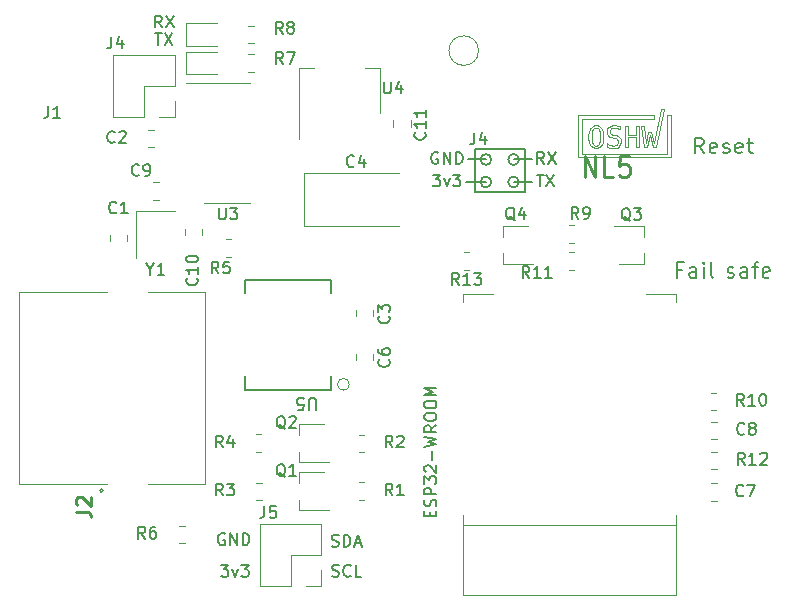
<source format=gto>
G04 #@! TF.GenerationSoftware,KiCad,Pcbnew,(7.0.0-0)*
G04 #@! TF.CreationDate,2023-06-06T23:20:23+02:00*
G04 #@! TF.ProjectId,ithowifi_4l,6974686f-7769-4666-995f-346c2e6b6963,rev?*
G04 #@! TF.SameCoordinates,Original*
G04 #@! TF.FileFunction,Legend,Top*
G04 #@! TF.FilePolarity,Positive*
%FSLAX46Y46*%
G04 Gerber Fmt 4.6, Leading zero omitted, Abs format (unit mm)*
G04 Created by KiCad (PCBNEW (7.0.0-0)) date 2023-06-06 23:20:23*
%MOMM*%
%LPD*%
G01*
G04 APERTURE LIST*
%ADD10C,0.150000*%
%ADD11C,0.120000*%
%ADD12C,0.223242*%
%ADD13C,0.254000*%
%ADD14C,0.100000*%
%ADD15C,0.200000*%
G04 APERTURE END LIST*
D10*
X90043000Y-118364000D02*
X90043000Y-118491000D01*
X91389905Y-119253000D02*
G75*
G03*
X91389905Y-119253000I-457905J0D01*
G01*
X93726000Y-121158000D02*
G75*
G03*
X93726000Y-121158000I-457905J0D01*
G01*
X93726000Y-119253000D02*
G75*
G03*
X93726000Y-119253000I-457905J0D01*
G01*
D11*
X99651693Y-116889581D02*
X99740710Y-116629383D01*
X102694384Y-116385188D02*
X102694384Y-116385188D01*
X101214941Y-118170605D02*
X101192894Y-118161511D01*
X100232672Y-116554961D02*
X100191605Y-116554961D01*
X104816910Y-117136774D02*
X104566364Y-118237000D01*
X100164321Y-116351558D02*
X100232672Y-116351558D01*
X99972500Y-117923361D02*
X100068964Y-118025621D01*
X102358713Y-117731286D02*
X102358713Y-117789401D01*
X100569740Y-117662655D02*
X100590964Y-117400273D01*
X99875487Y-117225267D02*
X99875487Y-117312897D01*
X101486960Y-117058542D02*
X101697805Y-117148356D01*
X99076500Y-115791031D02*
X105179825Y-115791031D01*
X102222285Y-118111067D02*
X102195000Y-118134232D01*
X100673372Y-118074389D02*
X100506078Y-118213327D01*
X101456917Y-118244722D02*
X101434869Y-118240048D01*
X101266477Y-117195499D02*
X101198405Y-117076982D01*
X102119211Y-117694050D02*
X102058297Y-117547187D01*
X101437902Y-117318130D02*
X101305339Y-117234919D01*
X100814205Y-117735147D02*
X100724629Y-117995040D01*
X104685389Y-116893696D02*
X104946907Y-116893696D01*
X100520683Y-116758923D02*
X100506626Y-116729967D01*
X101475667Y-117047772D02*
X101486960Y-117058542D01*
X102195000Y-118134232D02*
X102167715Y-118157346D01*
X102119211Y-117747237D02*
X102119211Y-117694050D01*
X101617602Y-117381528D02*
X101437902Y-117318130D01*
X103883917Y-118237000D02*
X103632000Y-118237000D01*
X101718750Y-118273119D02*
X101653157Y-118273119D01*
X99896153Y-116963139D02*
X99875487Y-117225267D01*
X100396385Y-118025875D02*
X100492570Y-117924733D01*
X100301023Y-118272865D02*
X100232672Y-118272865D01*
X104474569Y-117888360D02*
X104685389Y-116893696D01*
X100506078Y-116411096D02*
X100673372Y-116550034D01*
X101762296Y-116555266D02*
X101633309Y-116576196D01*
X100699006Y-116589709D02*
X100724629Y-116629383D01*
X101659766Y-118069716D02*
X101718750Y-118069716D01*
X100724629Y-116629383D02*
X100814205Y-116889581D01*
X102013928Y-117985388D02*
X102031292Y-117971062D01*
X100492570Y-116700757D02*
X100396385Y-116598548D01*
X101169460Y-116842997D02*
X101210806Y-116675713D01*
X100191605Y-116554961D02*
X100068964Y-116598548D01*
X99740710Y-117996107D02*
X99651693Y-117736519D01*
X100569740Y-116963139D02*
X100520683Y-116758923D01*
X100506078Y-118213327D02*
X100301023Y-118272865D01*
X101728671Y-117155824D02*
X101860136Y-117185593D01*
X101169460Y-116898928D02*
X101169460Y-116842997D01*
X101835605Y-116352117D02*
X101984160Y-116372793D01*
X101887421Y-118048481D02*
X101996286Y-117999459D01*
X101994081Y-118238372D02*
X101787371Y-118273119D01*
X103632000Y-117144241D02*
X103632000Y-116385188D01*
X101434321Y-116734692D02*
X101408687Y-116828926D01*
X101363490Y-116476983D02*
X101530231Y-116389353D01*
X102058297Y-117547187D02*
X102046171Y-117535046D01*
X100590964Y-117225267D02*
X100569740Y-116963139D01*
X100164046Y-118272865D02*
X99958997Y-118213327D01*
X106250029Y-118757639D02*
X99076500Y-118757639D01*
X99958444Y-117894456D02*
X99972500Y-117923361D01*
X102252053Y-116448586D02*
X102252053Y-116702993D01*
X100590964Y-117312897D02*
X100590964Y-117312897D01*
X101478694Y-118249395D02*
X101456917Y-118244722D01*
X100396385Y-116598548D02*
X100273464Y-116554961D01*
X102946301Y-118237000D02*
X102694384Y-118237000D01*
X99896153Y-117661538D02*
X99944382Y-117865246D01*
X105305504Y-118237000D02*
X105068471Y-118237000D01*
X103632000Y-118237000D02*
X103632000Y-117355061D01*
X102022747Y-116592452D02*
X102003723Y-116586153D01*
X102031292Y-117971062D02*
X102092750Y-117882873D01*
X102328944Y-117530372D02*
X102358713Y-117680842D01*
D10*
X90932000Y-119253000D02*
X89408000Y-119253000D01*
D11*
X102946301Y-117144241D02*
X103632000Y-117144241D01*
X102092750Y-117882873D02*
X102119211Y-117781172D01*
X100520683Y-117866617D02*
X100569740Y-117662655D01*
X100232672Y-118272865D02*
X100164046Y-118272865D01*
X101633309Y-116576196D02*
X101528859Y-116624456D01*
X99958997Y-118213327D02*
X99791703Y-118075253D01*
X101286046Y-117215361D02*
X101266477Y-117195499D01*
X101408687Y-116860371D02*
X101408687Y-116907209D01*
X105179825Y-115473531D02*
X98759000Y-115473531D01*
X104297073Y-116385188D02*
X104474569Y-117888360D01*
X105179825Y-115791031D02*
X105179825Y-115473531D01*
X105068471Y-118237000D02*
X104816910Y-117136774D01*
X104329281Y-118237000D02*
X104052878Y-116385188D01*
X99651693Y-117736519D02*
X99613654Y-117418714D01*
X102003997Y-116376958D02*
X102023570Y-116380819D01*
X100273464Y-116554961D02*
X100232672Y-116554961D01*
X100852788Y-117312897D02*
X100852788Y-117312897D01*
X102085033Y-117263571D02*
X102219800Y-117354807D01*
X105761079Y-115009371D02*
X106005274Y-115009371D01*
X101792059Y-116555266D02*
X101762296Y-116555266D01*
X99791703Y-118075253D02*
X99766343Y-118035832D01*
X101528859Y-116624456D02*
X101511770Y-116638477D01*
X100724629Y-117995040D02*
X100699006Y-118034715D01*
X100590964Y-117312897D02*
X100590964Y-117225267D01*
X101464364Y-117037003D02*
X101475667Y-117047772D01*
X101408687Y-116907209D02*
X101464364Y-117037003D01*
X100232672Y-116351558D02*
X100301023Y-116351558D01*
D10*
X90043000Y-118491000D02*
X90043000Y-122047000D01*
D11*
X101408687Y-116828926D02*
X101408687Y-116860371D01*
D10*
X91389905Y-121158000D02*
G75*
G03*
X91389905Y-121158000I-457905J0D01*
G01*
D11*
X101946954Y-117470276D02*
X101824033Y-117428925D01*
X106256633Y-115473531D02*
X106250029Y-118757639D01*
X101824033Y-117428925D02*
X101794264Y-117422321D01*
X102167715Y-118157346D02*
X101994081Y-118238372D01*
X106005274Y-115009371D02*
X105305504Y-118237000D01*
X103632000Y-116385188D02*
X103883917Y-116385188D01*
X101779659Y-116352117D02*
X101835605Y-116352117D01*
X100492570Y-117924733D02*
X100506626Y-117895827D01*
X102023570Y-116380819D02*
X102230280Y-116440611D01*
X103883917Y-116385188D02*
X103883917Y-118237000D01*
X104052878Y-116385188D02*
X104052878Y-116385188D01*
X100852788Y-117207081D02*
X100852788Y-117312897D01*
X102239648Y-117376550D02*
X102259490Y-117398089D01*
X102219800Y-117354807D02*
X102239648Y-117376550D01*
X99875487Y-117312897D02*
X99875487Y-117400019D01*
X101434869Y-118240048D02*
X101214941Y-118170605D01*
X106567529Y-115473531D02*
X106256633Y-115473531D01*
X101483104Y-118034461D02*
X101659766Y-118069716D01*
X101811353Y-116555266D02*
X101792059Y-116555266D01*
X101335657Y-116502079D02*
X101363490Y-116476983D01*
X100068964Y-116598548D02*
X99972500Y-116700757D01*
X101996286Y-117999459D02*
X102013928Y-117985388D01*
X99766343Y-118035832D02*
X99740710Y-117996107D01*
X100068964Y-118025621D02*
X100191605Y-118069462D01*
X100506626Y-117895827D02*
X100520683Y-117866617D01*
X101461885Y-118027552D02*
X101483104Y-118034461D01*
X99613654Y-117312897D02*
X99613654Y-117207081D01*
X101511770Y-116638477D02*
X101494407Y-116651989D01*
X101198405Y-117076982D02*
X101169460Y-116943327D01*
X102946301Y-116385188D02*
X102946301Y-117144241D01*
X101718750Y-118069716D02*
X101760914Y-118069716D01*
D10*
X94234000Y-122047000D02*
X94234000Y-118364000D01*
D11*
X101307819Y-116526869D02*
X101335657Y-116502079D01*
X98759000Y-119075139D02*
X106567529Y-119075139D01*
X100273464Y-118069462D02*
X100396385Y-118025875D01*
X99076500Y-118757639D02*
X99076500Y-115791031D01*
X101530231Y-116389353D02*
X101717094Y-116352117D01*
X99613654Y-117207081D02*
X99651693Y-116889581D01*
X100814205Y-116889581D02*
X100852788Y-117207081D01*
X101494407Y-116651989D02*
X101434321Y-116734692D01*
X101653157Y-118273119D02*
X101478694Y-118249395D01*
X98759000Y-115473531D02*
X98759000Y-115473531D01*
X102003723Y-116586153D02*
X101811353Y-116555266D01*
X102694384Y-118237000D02*
X102694384Y-116385188D01*
X101440661Y-118020389D02*
X101461885Y-118027552D01*
X101697805Y-117148356D02*
X101728671Y-117155824D01*
X99958444Y-116729967D02*
X99944382Y-116758923D01*
X102946301Y-117355061D02*
X102946301Y-118237000D01*
X101984160Y-116372793D02*
X102003997Y-116376958D01*
X102259490Y-117398089D02*
X102328944Y-117530372D01*
X99740710Y-116629383D02*
X99766343Y-116589709D01*
X99959820Y-116411096D02*
X100164321Y-116351558D01*
X99875487Y-117400019D02*
X99896153Y-117661538D01*
X104566364Y-118237000D02*
X104329281Y-118237000D01*
D10*
X94234000Y-118364000D02*
X90043000Y-118364000D01*
D11*
X101169460Y-116943327D02*
X101169460Y-116898928D01*
X101210806Y-116675713D02*
X101307819Y-116526869D01*
X102230280Y-116440611D02*
X102252053Y-116448891D01*
X100191605Y-118069462D02*
X100232672Y-118069462D01*
X101660599Y-117391180D02*
X101617602Y-117381528D01*
X102358713Y-117680842D02*
X102358713Y-117731286D01*
D10*
X93268095Y-121158000D02*
X94869000Y-121158000D01*
D11*
X99766343Y-116589709D02*
X99791977Y-116550034D01*
X101192894Y-118161511D02*
X101192894Y-117894964D01*
X101903408Y-117195499D02*
X102085033Y-117263571D01*
X102252053Y-116702993D02*
X102233029Y-116690597D01*
X103632000Y-117355061D02*
X102946301Y-117355061D01*
X99791977Y-116550034D02*
X99959820Y-116411096D01*
X100301023Y-116351558D02*
X100506078Y-116411096D01*
X98759000Y-115473531D02*
X98759000Y-119075139D01*
X100852788Y-117418460D02*
X100814205Y-117735147D01*
X99944382Y-116758923D02*
X99896153Y-116963139D01*
D10*
X90932000Y-121158000D02*
X89281000Y-121158000D01*
D11*
X102034040Y-117522651D02*
X101946954Y-117470276D01*
X102041762Y-116598548D02*
X102022747Y-116592452D01*
X101305339Y-117234919D02*
X101286046Y-117215361D01*
X102358713Y-117789401D02*
X102317646Y-117963899D01*
X101717094Y-116352117D02*
X101779659Y-116352117D01*
X101216592Y-117909848D02*
X101440661Y-118020389D01*
X102046171Y-117535046D02*
X102034040Y-117522651D01*
X101787371Y-118273119D02*
X101718750Y-118273119D01*
X104052878Y-116385188D02*
X104297073Y-116385188D01*
X102694384Y-116385188D02*
X102946301Y-116385188D01*
X106567529Y-119075139D02*
X106567529Y-115473531D01*
X104946907Y-116893696D02*
X105160267Y-117890849D01*
X100673372Y-116550034D02*
X100699006Y-116589709D01*
D10*
X93268095Y-119253000D02*
X94869000Y-119253000D01*
D11*
X102233029Y-116690597D02*
X102041762Y-116598548D01*
X99613654Y-117418714D02*
X99613654Y-117312897D01*
X100699006Y-118034715D02*
X100673372Y-118074389D01*
X102317646Y-117963899D02*
X102222285Y-118111067D01*
X101794264Y-117422321D02*
X101660599Y-117391180D01*
X100852788Y-117312897D02*
X100852788Y-117418460D01*
D10*
X90043000Y-122047000D02*
X94234000Y-122047000D01*
D11*
X102252053Y-116448891D02*
X102252053Y-116448586D01*
X101760914Y-118069716D02*
X101887421Y-118048481D01*
X101192894Y-117894964D02*
X101216592Y-117909848D01*
X99972500Y-116700757D02*
X99958444Y-116729967D01*
X105160267Y-117890849D02*
X105761079Y-115009371D01*
X101860136Y-117185593D02*
X101903408Y-117195499D01*
X99944382Y-117865246D02*
X99958444Y-117894456D01*
X100232672Y-118069462D02*
X100273464Y-118069462D01*
X102119211Y-117781172D02*
X102119211Y-117747237D01*
X100590964Y-117400273D02*
X100590964Y-117312897D01*
X100506626Y-116729967D02*
X100492570Y-116700757D01*
D10*
X77905124Y-154523161D02*
X78047981Y-154570780D01*
X78047981Y-154570780D02*
X78286076Y-154570780D01*
X78286076Y-154570780D02*
X78381314Y-154523161D01*
X78381314Y-154523161D02*
X78428933Y-154475542D01*
X78428933Y-154475542D02*
X78476552Y-154380304D01*
X78476552Y-154380304D02*
X78476552Y-154285066D01*
X78476552Y-154285066D02*
X78428933Y-154189828D01*
X78428933Y-154189828D02*
X78381314Y-154142209D01*
X78381314Y-154142209D02*
X78286076Y-154094590D01*
X78286076Y-154094590D02*
X78095600Y-154046971D01*
X78095600Y-154046971D02*
X78000362Y-153999352D01*
X78000362Y-153999352D02*
X77952743Y-153951733D01*
X77952743Y-153951733D02*
X77905124Y-153856495D01*
X77905124Y-153856495D02*
X77905124Y-153761257D01*
X77905124Y-153761257D02*
X77952743Y-153666019D01*
X77952743Y-153666019D02*
X78000362Y-153618400D01*
X78000362Y-153618400D02*
X78095600Y-153570780D01*
X78095600Y-153570780D02*
X78333695Y-153570780D01*
X78333695Y-153570780D02*
X78476552Y-153618400D01*
X79476552Y-154475542D02*
X79428933Y-154523161D01*
X79428933Y-154523161D02*
X79286076Y-154570780D01*
X79286076Y-154570780D02*
X79190838Y-154570780D01*
X79190838Y-154570780D02*
X79047981Y-154523161D01*
X79047981Y-154523161D02*
X78952743Y-154427923D01*
X78952743Y-154427923D02*
X78905124Y-154332685D01*
X78905124Y-154332685D02*
X78857505Y-154142209D01*
X78857505Y-154142209D02*
X78857505Y-153999352D01*
X78857505Y-153999352D02*
X78905124Y-153808876D01*
X78905124Y-153808876D02*
X78952743Y-153713638D01*
X78952743Y-153713638D02*
X79047981Y-153618400D01*
X79047981Y-153618400D02*
X79190838Y-153570780D01*
X79190838Y-153570780D02*
X79286076Y-153570780D01*
X79286076Y-153570780D02*
X79428933Y-153618400D01*
X79428933Y-153618400D02*
X79476552Y-153666019D01*
X80381314Y-154570780D02*
X79905124Y-154570780D01*
X79905124Y-154570780D02*
X79905124Y-153570780D01*
X77881314Y-151983161D02*
X78024171Y-152030780D01*
X78024171Y-152030780D02*
X78262266Y-152030780D01*
X78262266Y-152030780D02*
X78357504Y-151983161D01*
X78357504Y-151983161D02*
X78405123Y-151935542D01*
X78405123Y-151935542D02*
X78452742Y-151840304D01*
X78452742Y-151840304D02*
X78452742Y-151745066D01*
X78452742Y-151745066D02*
X78405123Y-151649828D01*
X78405123Y-151649828D02*
X78357504Y-151602209D01*
X78357504Y-151602209D02*
X78262266Y-151554590D01*
X78262266Y-151554590D02*
X78071790Y-151506971D01*
X78071790Y-151506971D02*
X77976552Y-151459352D01*
X77976552Y-151459352D02*
X77928933Y-151411733D01*
X77928933Y-151411733D02*
X77881314Y-151316495D01*
X77881314Y-151316495D02*
X77881314Y-151221257D01*
X77881314Y-151221257D02*
X77928933Y-151126019D01*
X77928933Y-151126019D02*
X77976552Y-151078400D01*
X77976552Y-151078400D02*
X78071790Y-151030780D01*
X78071790Y-151030780D02*
X78309885Y-151030780D01*
X78309885Y-151030780D02*
X78452742Y-151078400D01*
X78881314Y-152030780D02*
X78881314Y-151030780D01*
X78881314Y-151030780D02*
X79119409Y-151030780D01*
X79119409Y-151030780D02*
X79262266Y-151078400D01*
X79262266Y-151078400D02*
X79357504Y-151173638D01*
X79357504Y-151173638D02*
X79405123Y-151268876D01*
X79405123Y-151268876D02*
X79452742Y-151459352D01*
X79452742Y-151459352D02*
X79452742Y-151602209D01*
X79452742Y-151602209D02*
X79405123Y-151792685D01*
X79405123Y-151792685D02*
X79357504Y-151887923D01*
X79357504Y-151887923D02*
X79262266Y-151983161D01*
X79262266Y-151983161D02*
X79119409Y-152030780D01*
X79119409Y-152030780D02*
X78881314Y-152030780D01*
X79833695Y-151745066D02*
X80309885Y-151745066D01*
X79738457Y-152030780D02*
X80071790Y-151030780D01*
X80071790Y-151030780D02*
X80405123Y-152030780D01*
X68808695Y-150951400D02*
X68713457Y-150903780D01*
X68713457Y-150903780D02*
X68570600Y-150903780D01*
X68570600Y-150903780D02*
X68427743Y-150951400D01*
X68427743Y-150951400D02*
X68332505Y-151046638D01*
X68332505Y-151046638D02*
X68284886Y-151141876D01*
X68284886Y-151141876D02*
X68237267Y-151332352D01*
X68237267Y-151332352D02*
X68237267Y-151475209D01*
X68237267Y-151475209D02*
X68284886Y-151665685D01*
X68284886Y-151665685D02*
X68332505Y-151760923D01*
X68332505Y-151760923D02*
X68427743Y-151856161D01*
X68427743Y-151856161D02*
X68570600Y-151903780D01*
X68570600Y-151903780D02*
X68665838Y-151903780D01*
X68665838Y-151903780D02*
X68808695Y-151856161D01*
X68808695Y-151856161D02*
X68856314Y-151808542D01*
X68856314Y-151808542D02*
X68856314Y-151475209D01*
X68856314Y-151475209D02*
X68665838Y-151475209D01*
X69284886Y-151903780D02*
X69284886Y-150903780D01*
X69284886Y-150903780D02*
X69856314Y-151903780D01*
X69856314Y-151903780D02*
X69856314Y-150903780D01*
X70332505Y-151903780D02*
X70332505Y-150903780D01*
X70332505Y-150903780D02*
X70570600Y-150903780D01*
X70570600Y-150903780D02*
X70713457Y-150951400D01*
X70713457Y-150951400D02*
X70808695Y-151046638D01*
X70808695Y-151046638D02*
X70856314Y-151141876D01*
X70856314Y-151141876D02*
X70903933Y-151332352D01*
X70903933Y-151332352D02*
X70903933Y-151475209D01*
X70903933Y-151475209D02*
X70856314Y-151665685D01*
X70856314Y-151665685D02*
X70808695Y-151760923D01*
X70808695Y-151760923D02*
X70713457Y-151856161D01*
X70713457Y-151856161D02*
X70570600Y-151903780D01*
X70570600Y-151903780D02*
X70332505Y-151903780D01*
X68507124Y-153570780D02*
X69126171Y-153570780D01*
X69126171Y-153570780D02*
X68792838Y-153951733D01*
X68792838Y-153951733D02*
X68935695Y-153951733D01*
X68935695Y-153951733D02*
X69030933Y-153999352D01*
X69030933Y-153999352D02*
X69078552Y-154046971D01*
X69078552Y-154046971D02*
X69126171Y-154142209D01*
X69126171Y-154142209D02*
X69126171Y-154380304D01*
X69126171Y-154380304D02*
X69078552Y-154475542D01*
X69078552Y-154475542D02*
X69030933Y-154523161D01*
X69030933Y-154523161D02*
X68935695Y-154570780D01*
X68935695Y-154570780D02*
X68649981Y-154570780D01*
X68649981Y-154570780D02*
X68554743Y-154523161D01*
X68554743Y-154523161D02*
X68507124Y-154475542D01*
X69459505Y-153904114D02*
X69697600Y-154570780D01*
X69697600Y-154570780D02*
X69935695Y-153904114D01*
X70221410Y-153570780D02*
X70840457Y-153570780D01*
X70840457Y-153570780D02*
X70507124Y-153951733D01*
X70507124Y-153951733D02*
X70649981Y-153951733D01*
X70649981Y-153951733D02*
X70745219Y-153999352D01*
X70745219Y-153999352D02*
X70792838Y-154046971D01*
X70792838Y-154046971D02*
X70840457Y-154142209D01*
X70840457Y-154142209D02*
X70840457Y-154380304D01*
X70840457Y-154380304D02*
X70792838Y-154475542D01*
X70792838Y-154475542D02*
X70745219Y-154523161D01*
X70745219Y-154523161D02*
X70649981Y-154570780D01*
X70649981Y-154570780D02*
X70364267Y-154570780D01*
X70364267Y-154570780D02*
X70269029Y-154523161D01*
X70269029Y-154523161D02*
X70221410Y-154475542D01*
X86868095Y-118668000D02*
X86772857Y-118620380D01*
X86772857Y-118620380D02*
X86630000Y-118620380D01*
X86630000Y-118620380D02*
X86487143Y-118668000D01*
X86487143Y-118668000D02*
X86391905Y-118763238D01*
X86391905Y-118763238D02*
X86344286Y-118858476D01*
X86344286Y-118858476D02*
X86296667Y-119048952D01*
X86296667Y-119048952D02*
X86296667Y-119191809D01*
X86296667Y-119191809D02*
X86344286Y-119382285D01*
X86344286Y-119382285D02*
X86391905Y-119477523D01*
X86391905Y-119477523D02*
X86487143Y-119572761D01*
X86487143Y-119572761D02*
X86630000Y-119620380D01*
X86630000Y-119620380D02*
X86725238Y-119620380D01*
X86725238Y-119620380D02*
X86868095Y-119572761D01*
X86868095Y-119572761D02*
X86915714Y-119525142D01*
X86915714Y-119525142D02*
X86915714Y-119191809D01*
X86915714Y-119191809D02*
X86725238Y-119191809D01*
X87344286Y-119620380D02*
X87344286Y-118620380D01*
X87344286Y-118620380D02*
X87915714Y-119620380D01*
X87915714Y-119620380D02*
X87915714Y-118620380D01*
X88391905Y-119620380D02*
X88391905Y-118620380D01*
X88391905Y-118620380D02*
X88630000Y-118620380D01*
X88630000Y-118620380D02*
X88772857Y-118668000D01*
X88772857Y-118668000D02*
X88868095Y-118763238D01*
X88868095Y-118763238D02*
X88915714Y-118858476D01*
X88915714Y-118858476D02*
X88963333Y-119048952D01*
X88963333Y-119048952D02*
X88963333Y-119191809D01*
X88963333Y-119191809D02*
X88915714Y-119382285D01*
X88915714Y-119382285D02*
X88868095Y-119477523D01*
X88868095Y-119477523D02*
X88772857Y-119572761D01*
X88772857Y-119572761D02*
X88630000Y-119620380D01*
X88630000Y-119620380D02*
X88391905Y-119620380D01*
X86439524Y-120525380D02*
X87058571Y-120525380D01*
X87058571Y-120525380D02*
X86725238Y-120906333D01*
X86725238Y-120906333D02*
X86868095Y-120906333D01*
X86868095Y-120906333D02*
X86963333Y-120953952D01*
X86963333Y-120953952D02*
X87010952Y-121001571D01*
X87010952Y-121001571D02*
X87058571Y-121096809D01*
X87058571Y-121096809D02*
X87058571Y-121334904D01*
X87058571Y-121334904D02*
X87010952Y-121430142D01*
X87010952Y-121430142D02*
X86963333Y-121477761D01*
X86963333Y-121477761D02*
X86868095Y-121525380D01*
X86868095Y-121525380D02*
X86582381Y-121525380D01*
X86582381Y-121525380D02*
X86487143Y-121477761D01*
X86487143Y-121477761D02*
X86439524Y-121430142D01*
X87391905Y-120858714D02*
X87630000Y-121525380D01*
X87630000Y-121525380D02*
X87868095Y-120858714D01*
X88153810Y-120525380D02*
X88772857Y-120525380D01*
X88772857Y-120525380D02*
X88439524Y-120906333D01*
X88439524Y-120906333D02*
X88582381Y-120906333D01*
X88582381Y-120906333D02*
X88677619Y-120953952D01*
X88677619Y-120953952D02*
X88725238Y-121001571D01*
X88725238Y-121001571D02*
X88772857Y-121096809D01*
X88772857Y-121096809D02*
X88772857Y-121334904D01*
X88772857Y-121334904D02*
X88725238Y-121430142D01*
X88725238Y-121430142D02*
X88677619Y-121477761D01*
X88677619Y-121477761D02*
X88582381Y-121525380D01*
X88582381Y-121525380D02*
X88296667Y-121525380D01*
X88296667Y-121525380D02*
X88201429Y-121477761D01*
X88201429Y-121477761D02*
X88153810Y-121430142D01*
X95845333Y-119620380D02*
X95512000Y-119144190D01*
X95273905Y-119620380D02*
X95273905Y-118620380D01*
X95273905Y-118620380D02*
X95654857Y-118620380D01*
X95654857Y-118620380D02*
X95750095Y-118668000D01*
X95750095Y-118668000D02*
X95797714Y-118715619D01*
X95797714Y-118715619D02*
X95845333Y-118810857D01*
X95845333Y-118810857D02*
X95845333Y-118953714D01*
X95845333Y-118953714D02*
X95797714Y-119048952D01*
X95797714Y-119048952D02*
X95750095Y-119096571D01*
X95750095Y-119096571D02*
X95654857Y-119144190D01*
X95654857Y-119144190D02*
X95273905Y-119144190D01*
X96178667Y-118620380D02*
X96845333Y-119620380D01*
X96845333Y-118620380D02*
X96178667Y-119620380D01*
X95250095Y-120525380D02*
X95821523Y-120525380D01*
X95535809Y-121525380D02*
X95535809Y-120525380D01*
X96059619Y-120525380D02*
X96726285Y-121525380D01*
X96726285Y-120525380D02*
X96059619Y-121525380D01*
X89963666Y-116969380D02*
X89963666Y-117683666D01*
X89963666Y-117683666D02*
X89916047Y-117826523D01*
X89916047Y-117826523D02*
X89820809Y-117921761D01*
X89820809Y-117921761D02*
X89677952Y-117969380D01*
X89677952Y-117969380D02*
X89582714Y-117969380D01*
X90868428Y-117302714D02*
X90868428Y-117969380D01*
X90630333Y-116921761D02*
X90392238Y-117636047D01*
X90392238Y-117636047D02*
X91011285Y-117636047D01*
D12*
X99282025Y-120747228D02*
X99282025Y-118961288D01*
X99282025Y-118961288D02*
X100200508Y-120747228D01*
X100200508Y-120747228D02*
X100200508Y-118961288D01*
X101731314Y-120747228D02*
X100965911Y-120747228D01*
X100965911Y-120747228D02*
X100965911Y-118961288D01*
X103032499Y-118961288D02*
X102267096Y-118961288D01*
X102267096Y-118961288D02*
X102190556Y-119811735D01*
X102190556Y-119811735D02*
X102267096Y-119726691D01*
X102267096Y-119726691D02*
X102420177Y-119641646D01*
X102420177Y-119641646D02*
X102802878Y-119641646D01*
X102802878Y-119641646D02*
X102955959Y-119726691D01*
X102955959Y-119726691D02*
X103032499Y-119811735D01*
X103032499Y-119811735D02*
X103109039Y-119981825D01*
X103109039Y-119981825D02*
X103109039Y-120407049D01*
X103109039Y-120407049D02*
X103032499Y-120577138D01*
X103032499Y-120577138D02*
X102955959Y-120662183D01*
X102955959Y-120662183D02*
X102802878Y-120747228D01*
X102802878Y-120747228D02*
X102420177Y-120747228D01*
X102420177Y-120747228D02*
X102267096Y-120662183D01*
X102267096Y-120662183D02*
X102190556Y-120577138D01*
D10*
X86203571Y-149470380D02*
X86203571Y-149137047D01*
X86727380Y-148994190D02*
X86727380Y-149470380D01*
X86727380Y-149470380D02*
X85727380Y-149470380D01*
X85727380Y-149470380D02*
X85727380Y-148994190D01*
X86679761Y-148613237D02*
X86727380Y-148470380D01*
X86727380Y-148470380D02*
X86727380Y-148232285D01*
X86727380Y-148232285D02*
X86679761Y-148137047D01*
X86679761Y-148137047D02*
X86632142Y-148089428D01*
X86632142Y-148089428D02*
X86536904Y-148041809D01*
X86536904Y-148041809D02*
X86441666Y-148041809D01*
X86441666Y-148041809D02*
X86346428Y-148089428D01*
X86346428Y-148089428D02*
X86298809Y-148137047D01*
X86298809Y-148137047D02*
X86251190Y-148232285D01*
X86251190Y-148232285D02*
X86203571Y-148422761D01*
X86203571Y-148422761D02*
X86155952Y-148517999D01*
X86155952Y-148517999D02*
X86108333Y-148565618D01*
X86108333Y-148565618D02*
X86013095Y-148613237D01*
X86013095Y-148613237D02*
X85917857Y-148613237D01*
X85917857Y-148613237D02*
X85822619Y-148565618D01*
X85822619Y-148565618D02*
X85775000Y-148517999D01*
X85775000Y-148517999D02*
X85727380Y-148422761D01*
X85727380Y-148422761D02*
X85727380Y-148184666D01*
X85727380Y-148184666D02*
X85775000Y-148041809D01*
X86727380Y-147613237D02*
X85727380Y-147613237D01*
X85727380Y-147613237D02*
X85727380Y-147232285D01*
X85727380Y-147232285D02*
X85775000Y-147137047D01*
X85775000Y-147137047D02*
X85822619Y-147089428D01*
X85822619Y-147089428D02*
X85917857Y-147041809D01*
X85917857Y-147041809D02*
X86060714Y-147041809D01*
X86060714Y-147041809D02*
X86155952Y-147089428D01*
X86155952Y-147089428D02*
X86203571Y-147137047D01*
X86203571Y-147137047D02*
X86251190Y-147232285D01*
X86251190Y-147232285D02*
X86251190Y-147613237D01*
X85727380Y-146708475D02*
X85727380Y-146089428D01*
X85727380Y-146089428D02*
X86108333Y-146422761D01*
X86108333Y-146422761D02*
X86108333Y-146279904D01*
X86108333Y-146279904D02*
X86155952Y-146184666D01*
X86155952Y-146184666D02*
X86203571Y-146137047D01*
X86203571Y-146137047D02*
X86298809Y-146089428D01*
X86298809Y-146089428D02*
X86536904Y-146089428D01*
X86536904Y-146089428D02*
X86632142Y-146137047D01*
X86632142Y-146137047D02*
X86679761Y-146184666D01*
X86679761Y-146184666D02*
X86727380Y-146279904D01*
X86727380Y-146279904D02*
X86727380Y-146565618D01*
X86727380Y-146565618D02*
X86679761Y-146660856D01*
X86679761Y-146660856D02*
X86632142Y-146708475D01*
X85822619Y-145708475D02*
X85775000Y-145660856D01*
X85775000Y-145660856D02*
X85727380Y-145565618D01*
X85727380Y-145565618D02*
X85727380Y-145327523D01*
X85727380Y-145327523D02*
X85775000Y-145232285D01*
X85775000Y-145232285D02*
X85822619Y-145184666D01*
X85822619Y-145184666D02*
X85917857Y-145137047D01*
X85917857Y-145137047D02*
X86013095Y-145137047D01*
X86013095Y-145137047D02*
X86155952Y-145184666D01*
X86155952Y-145184666D02*
X86727380Y-145756094D01*
X86727380Y-145756094D02*
X86727380Y-145137047D01*
X86346428Y-144708475D02*
X86346428Y-143946571D01*
X85727380Y-143565618D02*
X86727380Y-143327523D01*
X86727380Y-143327523D02*
X86013095Y-143137047D01*
X86013095Y-143137047D02*
X86727380Y-142946571D01*
X86727380Y-142946571D02*
X85727380Y-142708476D01*
X86727380Y-141756095D02*
X86251190Y-142089428D01*
X86727380Y-142327523D02*
X85727380Y-142327523D01*
X85727380Y-142327523D02*
X85727380Y-141946571D01*
X85727380Y-141946571D02*
X85775000Y-141851333D01*
X85775000Y-141851333D02*
X85822619Y-141803714D01*
X85822619Y-141803714D02*
X85917857Y-141756095D01*
X85917857Y-141756095D02*
X86060714Y-141756095D01*
X86060714Y-141756095D02*
X86155952Y-141803714D01*
X86155952Y-141803714D02*
X86203571Y-141851333D01*
X86203571Y-141851333D02*
X86251190Y-141946571D01*
X86251190Y-141946571D02*
X86251190Y-142327523D01*
X85727380Y-141137047D02*
X85727380Y-140946571D01*
X85727380Y-140946571D02*
X85775000Y-140851333D01*
X85775000Y-140851333D02*
X85870238Y-140756095D01*
X85870238Y-140756095D02*
X86060714Y-140708476D01*
X86060714Y-140708476D02*
X86394047Y-140708476D01*
X86394047Y-140708476D02*
X86584523Y-140756095D01*
X86584523Y-140756095D02*
X86679761Y-140851333D01*
X86679761Y-140851333D02*
X86727380Y-140946571D01*
X86727380Y-140946571D02*
X86727380Y-141137047D01*
X86727380Y-141137047D02*
X86679761Y-141232285D01*
X86679761Y-141232285D02*
X86584523Y-141327523D01*
X86584523Y-141327523D02*
X86394047Y-141375142D01*
X86394047Y-141375142D02*
X86060714Y-141375142D01*
X86060714Y-141375142D02*
X85870238Y-141327523D01*
X85870238Y-141327523D02*
X85775000Y-141232285D01*
X85775000Y-141232285D02*
X85727380Y-141137047D01*
X85727380Y-140089428D02*
X85727380Y-139898952D01*
X85727380Y-139898952D02*
X85775000Y-139803714D01*
X85775000Y-139803714D02*
X85870238Y-139708476D01*
X85870238Y-139708476D02*
X86060714Y-139660857D01*
X86060714Y-139660857D02*
X86394047Y-139660857D01*
X86394047Y-139660857D02*
X86584523Y-139708476D01*
X86584523Y-139708476D02*
X86679761Y-139803714D01*
X86679761Y-139803714D02*
X86727380Y-139898952D01*
X86727380Y-139898952D02*
X86727380Y-140089428D01*
X86727380Y-140089428D02*
X86679761Y-140184666D01*
X86679761Y-140184666D02*
X86584523Y-140279904D01*
X86584523Y-140279904D02*
X86394047Y-140327523D01*
X86394047Y-140327523D02*
X86060714Y-140327523D01*
X86060714Y-140327523D02*
X85870238Y-140279904D01*
X85870238Y-140279904D02*
X85775000Y-140184666D01*
X85775000Y-140184666D02*
X85727380Y-140089428D01*
X86727380Y-139232285D02*
X85727380Y-139232285D01*
X85727380Y-139232285D02*
X86441666Y-138898952D01*
X86441666Y-138898952D02*
X85727380Y-138565619D01*
X85727380Y-138565619D02*
X86727380Y-138565619D01*
X112751142Y-140101380D02*
X112417809Y-139625190D01*
X112179714Y-140101380D02*
X112179714Y-139101380D01*
X112179714Y-139101380D02*
X112560666Y-139101380D01*
X112560666Y-139101380D02*
X112655904Y-139149000D01*
X112655904Y-139149000D02*
X112703523Y-139196619D01*
X112703523Y-139196619D02*
X112751142Y-139291857D01*
X112751142Y-139291857D02*
X112751142Y-139434714D01*
X112751142Y-139434714D02*
X112703523Y-139529952D01*
X112703523Y-139529952D02*
X112655904Y-139577571D01*
X112655904Y-139577571D02*
X112560666Y-139625190D01*
X112560666Y-139625190D02*
X112179714Y-139625190D01*
X113703523Y-140101380D02*
X113132095Y-140101380D01*
X113417809Y-140101380D02*
X113417809Y-139101380D01*
X113417809Y-139101380D02*
X113322571Y-139244238D01*
X113322571Y-139244238D02*
X113227333Y-139339476D01*
X113227333Y-139339476D02*
X113132095Y-139387095D01*
X114322571Y-139101380D02*
X114417809Y-139101380D01*
X114417809Y-139101380D02*
X114513047Y-139149000D01*
X114513047Y-139149000D02*
X114560666Y-139196619D01*
X114560666Y-139196619D02*
X114608285Y-139291857D01*
X114608285Y-139291857D02*
X114655904Y-139482333D01*
X114655904Y-139482333D02*
X114655904Y-139720428D01*
X114655904Y-139720428D02*
X114608285Y-139910904D01*
X114608285Y-139910904D02*
X114560666Y-140006142D01*
X114560666Y-140006142D02*
X114513047Y-140053761D01*
X114513047Y-140053761D02*
X114417809Y-140101380D01*
X114417809Y-140101380D02*
X114322571Y-140101380D01*
X114322571Y-140101380D02*
X114227333Y-140053761D01*
X114227333Y-140053761D02*
X114179714Y-140006142D01*
X114179714Y-140006142D02*
X114132095Y-139910904D01*
X114132095Y-139910904D02*
X114084476Y-139720428D01*
X114084476Y-139720428D02*
X114084476Y-139482333D01*
X114084476Y-139482333D02*
X114132095Y-139291857D01*
X114132095Y-139291857D02*
X114179714Y-139196619D01*
X114179714Y-139196619D02*
X114227333Y-139149000D01*
X114227333Y-139149000D02*
X114322571Y-139101380D01*
X72183666Y-148592380D02*
X72183666Y-149306666D01*
X72183666Y-149306666D02*
X72136047Y-149449523D01*
X72136047Y-149449523D02*
X72040809Y-149544761D01*
X72040809Y-149544761D02*
X71897952Y-149592380D01*
X71897952Y-149592380D02*
X71802714Y-149592380D01*
X73136047Y-148592380D02*
X72659857Y-148592380D01*
X72659857Y-148592380D02*
X72612238Y-149068571D01*
X72612238Y-149068571D02*
X72659857Y-149020952D01*
X72659857Y-149020952D02*
X72755095Y-148973333D01*
X72755095Y-148973333D02*
X72993190Y-148973333D01*
X72993190Y-148973333D02*
X73088428Y-149020952D01*
X73088428Y-149020952D02*
X73136047Y-149068571D01*
X73136047Y-149068571D02*
X73183666Y-149163809D01*
X73183666Y-149163809D02*
X73183666Y-149401904D01*
X73183666Y-149401904D02*
X73136047Y-149497142D01*
X73136047Y-149497142D02*
X73088428Y-149544761D01*
X73088428Y-149544761D02*
X72993190Y-149592380D01*
X72993190Y-149592380D02*
X72755095Y-149592380D01*
X72755095Y-149592380D02*
X72659857Y-149544761D01*
X72659857Y-149544761D02*
X72612238Y-149497142D01*
X112831642Y-145083880D02*
X112498309Y-144607690D01*
X112260214Y-145083880D02*
X112260214Y-144083880D01*
X112260214Y-144083880D02*
X112641166Y-144083880D01*
X112641166Y-144083880D02*
X112736404Y-144131500D01*
X112736404Y-144131500D02*
X112784023Y-144179119D01*
X112784023Y-144179119D02*
X112831642Y-144274357D01*
X112831642Y-144274357D02*
X112831642Y-144417214D01*
X112831642Y-144417214D02*
X112784023Y-144512452D01*
X112784023Y-144512452D02*
X112736404Y-144560071D01*
X112736404Y-144560071D02*
X112641166Y-144607690D01*
X112641166Y-144607690D02*
X112260214Y-144607690D01*
X113784023Y-145083880D02*
X113212595Y-145083880D01*
X113498309Y-145083880D02*
X113498309Y-144083880D01*
X113498309Y-144083880D02*
X113403071Y-144226738D01*
X113403071Y-144226738D02*
X113307833Y-144321976D01*
X113307833Y-144321976D02*
X113212595Y-144369595D01*
X114164976Y-144179119D02*
X114212595Y-144131500D01*
X114212595Y-144131500D02*
X114307833Y-144083880D01*
X114307833Y-144083880D02*
X114545928Y-144083880D01*
X114545928Y-144083880D02*
X114641166Y-144131500D01*
X114641166Y-144131500D02*
X114688785Y-144179119D01*
X114688785Y-144179119D02*
X114736404Y-144274357D01*
X114736404Y-144274357D02*
X114736404Y-144369595D01*
X114736404Y-144369595D02*
X114688785Y-144512452D01*
X114688785Y-144512452D02*
X114117357Y-145083880D01*
X114117357Y-145083880D02*
X114736404Y-145083880D01*
X88644642Y-129872380D02*
X88311309Y-129396190D01*
X88073214Y-129872380D02*
X88073214Y-128872380D01*
X88073214Y-128872380D02*
X88454166Y-128872380D01*
X88454166Y-128872380D02*
X88549404Y-128920000D01*
X88549404Y-128920000D02*
X88597023Y-128967619D01*
X88597023Y-128967619D02*
X88644642Y-129062857D01*
X88644642Y-129062857D02*
X88644642Y-129205714D01*
X88644642Y-129205714D02*
X88597023Y-129300952D01*
X88597023Y-129300952D02*
X88549404Y-129348571D01*
X88549404Y-129348571D02*
X88454166Y-129396190D01*
X88454166Y-129396190D02*
X88073214Y-129396190D01*
X89597023Y-129872380D02*
X89025595Y-129872380D01*
X89311309Y-129872380D02*
X89311309Y-128872380D01*
X89311309Y-128872380D02*
X89216071Y-129015238D01*
X89216071Y-129015238D02*
X89120833Y-129110476D01*
X89120833Y-129110476D02*
X89025595Y-129158095D01*
X89930357Y-128872380D02*
X90549404Y-128872380D01*
X90549404Y-128872380D02*
X90216071Y-129253333D01*
X90216071Y-129253333D02*
X90358928Y-129253333D01*
X90358928Y-129253333D02*
X90454166Y-129300952D01*
X90454166Y-129300952D02*
X90501785Y-129348571D01*
X90501785Y-129348571D02*
X90549404Y-129443809D01*
X90549404Y-129443809D02*
X90549404Y-129681904D01*
X90549404Y-129681904D02*
X90501785Y-129777142D01*
X90501785Y-129777142D02*
X90454166Y-129824761D01*
X90454166Y-129824761D02*
X90358928Y-129872380D01*
X90358928Y-129872380D02*
X90073214Y-129872380D01*
X90073214Y-129872380D02*
X89977976Y-129824761D01*
X89977976Y-129824761D02*
X89930357Y-129777142D01*
X53870266Y-114708780D02*
X53870266Y-115423066D01*
X53870266Y-115423066D02*
X53822647Y-115565923D01*
X53822647Y-115565923D02*
X53727409Y-115661161D01*
X53727409Y-115661161D02*
X53584552Y-115708780D01*
X53584552Y-115708780D02*
X53489314Y-115708780D01*
X54870266Y-115708780D02*
X54298838Y-115708780D01*
X54584552Y-115708780D02*
X54584552Y-114708780D01*
X54584552Y-114708780D02*
X54489314Y-114851638D01*
X54489314Y-114851638D02*
X54394076Y-114946876D01*
X54394076Y-114946876D02*
X54298838Y-114994495D01*
X112719333Y-147689642D02*
X112671714Y-147737261D01*
X112671714Y-147737261D02*
X112528857Y-147784880D01*
X112528857Y-147784880D02*
X112433619Y-147784880D01*
X112433619Y-147784880D02*
X112290762Y-147737261D01*
X112290762Y-147737261D02*
X112195524Y-147642023D01*
X112195524Y-147642023D02*
X112147905Y-147546785D01*
X112147905Y-147546785D02*
X112100286Y-147356309D01*
X112100286Y-147356309D02*
X112100286Y-147213452D01*
X112100286Y-147213452D02*
X112147905Y-147022976D01*
X112147905Y-147022976D02*
X112195524Y-146927738D01*
X112195524Y-146927738D02*
X112290762Y-146832500D01*
X112290762Y-146832500D02*
X112433619Y-146784880D01*
X112433619Y-146784880D02*
X112528857Y-146784880D01*
X112528857Y-146784880D02*
X112671714Y-146832500D01*
X112671714Y-146832500D02*
X112719333Y-146880119D01*
X113052667Y-146784880D02*
X113719333Y-146784880D01*
X113719333Y-146784880D02*
X113290762Y-147784880D01*
X73945761Y-142067619D02*
X73850523Y-142020000D01*
X73850523Y-142020000D02*
X73755285Y-141924761D01*
X73755285Y-141924761D02*
X73612428Y-141781904D01*
X73612428Y-141781904D02*
X73517190Y-141734285D01*
X73517190Y-141734285D02*
X73421952Y-141734285D01*
X73469571Y-141972380D02*
X73374333Y-141924761D01*
X73374333Y-141924761D02*
X73279095Y-141829523D01*
X73279095Y-141829523D02*
X73231476Y-141639047D01*
X73231476Y-141639047D02*
X73231476Y-141305714D01*
X73231476Y-141305714D02*
X73279095Y-141115238D01*
X73279095Y-141115238D02*
X73374333Y-141020000D01*
X73374333Y-141020000D02*
X73469571Y-140972380D01*
X73469571Y-140972380D02*
X73660047Y-140972380D01*
X73660047Y-140972380D02*
X73755285Y-141020000D01*
X73755285Y-141020000D02*
X73850523Y-141115238D01*
X73850523Y-141115238D02*
X73898142Y-141305714D01*
X73898142Y-141305714D02*
X73898142Y-141639047D01*
X73898142Y-141639047D02*
X73850523Y-141829523D01*
X73850523Y-141829523D02*
X73755285Y-141924761D01*
X73755285Y-141924761D02*
X73660047Y-141972380D01*
X73660047Y-141972380D02*
X73469571Y-141972380D01*
X74279095Y-141067619D02*
X74326714Y-141020000D01*
X74326714Y-141020000D02*
X74421952Y-140972380D01*
X74421952Y-140972380D02*
X74660047Y-140972380D01*
X74660047Y-140972380D02*
X74755285Y-141020000D01*
X74755285Y-141020000D02*
X74802904Y-141067619D01*
X74802904Y-141067619D02*
X74850523Y-141162857D01*
X74850523Y-141162857D02*
X74850523Y-141258095D01*
X74850523Y-141258095D02*
X74802904Y-141400952D01*
X74802904Y-141400952D02*
X74231476Y-141972380D01*
X74231476Y-141972380D02*
X74850523Y-141972380D01*
X73945761Y-146131619D02*
X73850523Y-146084000D01*
X73850523Y-146084000D02*
X73755285Y-145988761D01*
X73755285Y-145988761D02*
X73612428Y-145845904D01*
X73612428Y-145845904D02*
X73517190Y-145798285D01*
X73517190Y-145798285D02*
X73421952Y-145798285D01*
X73469571Y-146036380D02*
X73374333Y-145988761D01*
X73374333Y-145988761D02*
X73279095Y-145893523D01*
X73279095Y-145893523D02*
X73231476Y-145703047D01*
X73231476Y-145703047D02*
X73231476Y-145369714D01*
X73231476Y-145369714D02*
X73279095Y-145179238D01*
X73279095Y-145179238D02*
X73374333Y-145084000D01*
X73374333Y-145084000D02*
X73469571Y-145036380D01*
X73469571Y-145036380D02*
X73660047Y-145036380D01*
X73660047Y-145036380D02*
X73755285Y-145084000D01*
X73755285Y-145084000D02*
X73850523Y-145179238D01*
X73850523Y-145179238D02*
X73898142Y-145369714D01*
X73898142Y-145369714D02*
X73898142Y-145703047D01*
X73898142Y-145703047D02*
X73850523Y-145893523D01*
X73850523Y-145893523D02*
X73755285Y-145988761D01*
X73755285Y-145988761D02*
X73660047Y-146036380D01*
X73660047Y-146036380D02*
X73469571Y-146036380D01*
X74850523Y-146036380D02*
X74279095Y-146036380D01*
X74564809Y-146036380D02*
X74564809Y-145036380D01*
X74564809Y-145036380D02*
X74469571Y-145179238D01*
X74469571Y-145179238D02*
X74374333Y-145274476D01*
X74374333Y-145274476D02*
X74279095Y-145322095D01*
X83018333Y-147687380D02*
X82685000Y-147211190D01*
X82446905Y-147687380D02*
X82446905Y-146687380D01*
X82446905Y-146687380D02*
X82827857Y-146687380D01*
X82827857Y-146687380D02*
X82923095Y-146735000D01*
X82923095Y-146735000D02*
X82970714Y-146782619D01*
X82970714Y-146782619D02*
X83018333Y-146877857D01*
X83018333Y-146877857D02*
X83018333Y-147020714D01*
X83018333Y-147020714D02*
X82970714Y-147115952D01*
X82970714Y-147115952D02*
X82923095Y-147163571D01*
X82923095Y-147163571D02*
X82827857Y-147211190D01*
X82827857Y-147211190D02*
X82446905Y-147211190D01*
X83970714Y-147687380D02*
X83399286Y-147687380D01*
X83685000Y-147687380D02*
X83685000Y-146687380D01*
X83685000Y-146687380D02*
X83589762Y-146830238D01*
X83589762Y-146830238D02*
X83494524Y-146925476D01*
X83494524Y-146925476D02*
X83399286Y-146973095D01*
X83018333Y-143623380D02*
X82685000Y-143147190D01*
X82446905Y-143623380D02*
X82446905Y-142623380D01*
X82446905Y-142623380D02*
X82827857Y-142623380D01*
X82827857Y-142623380D02*
X82923095Y-142671000D01*
X82923095Y-142671000D02*
X82970714Y-142718619D01*
X82970714Y-142718619D02*
X83018333Y-142813857D01*
X83018333Y-142813857D02*
X83018333Y-142956714D01*
X83018333Y-142956714D02*
X82970714Y-143051952D01*
X82970714Y-143051952D02*
X82923095Y-143099571D01*
X82923095Y-143099571D02*
X82827857Y-143147190D01*
X82827857Y-143147190D02*
X82446905Y-143147190D01*
X83399286Y-142718619D02*
X83446905Y-142671000D01*
X83446905Y-142671000D02*
X83542143Y-142623380D01*
X83542143Y-142623380D02*
X83780238Y-142623380D01*
X83780238Y-142623380D02*
X83875476Y-142671000D01*
X83875476Y-142671000D02*
X83923095Y-142718619D01*
X83923095Y-142718619D02*
X83970714Y-142813857D01*
X83970714Y-142813857D02*
X83970714Y-142909095D01*
X83970714Y-142909095D02*
X83923095Y-143051952D01*
X83923095Y-143051952D02*
X83351667Y-143623380D01*
X83351667Y-143623380D02*
X83970714Y-143623380D01*
X68667333Y-147687380D02*
X68334000Y-147211190D01*
X68095905Y-147687380D02*
X68095905Y-146687380D01*
X68095905Y-146687380D02*
X68476857Y-146687380D01*
X68476857Y-146687380D02*
X68572095Y-146735000D01*
X68572095Y-146735000D02*
X68619714Y-146782619D01*
X68619714Y-146782619D02*
X68667333Y-146877857D01*
X68667333Y-146877857D02*
X68667333Y-147020714D01*
X68667333Y-147020714D02*
X68619714Y-147115952D01*
X68619714Y-147115952D02*
X68572095Y-147163571D01*
X68572095Y-147163571D02*
X68476857Y-147211190D01*
X68476857Y-147211190D02*
X68095905Y-147211190D01*
X69000667Y-146687380D02*
X69619714Y-146687380D01*
X69619714Y-146687380D02*
X69286381Y-147068333D01*
X69286381Y-147068333D02*
X69429238Y-147068333D01*
X69429238Y-147068333D02*
X69524476Y-147115952D01*
X69524476Y-147115952D02*
X69572095Y-147163571D01*
X69572095Y-147163571D02*
X69619714Y-147258809D01*
X69619714Y-147258809D02*
X69619714Y-147496904D01*
X69619714Y-147496904D02*
X69572095Y-147592142D01*
X69572095Y-147592142D02*
X69524476Y-147639761D01*
X69524476Y-147639761D02*
X69429238Y-147687380D01*
X69429238Y-147687380D02*
X69143524Y-147687380D01*
X69143524Y-147687380D02*
X69048286Y-147639761D01*
X69048286Y-147639761D02*
X69000667Y-147592142D01*
X68286333Y-128891380D02*
X67953000Y-128415190D01*
X67714905Y-128891380D02*
X67714905Y-127891380D01*
X67714905Y-127891380D02*
X68095857Y-127891380D01*
X68095857Y-127891380D02*
X68191095Y-127939000D01*
X68191095Y-127939000D02*
X68238714Y-127986619D01*
X68238714Y-127986619D02*
X68286333Y-128081857D01*
X68286333Y-128081857D02*
X68286333Y-128224714D01*
X68286333Y-128224714D02*
X68238714Y-128319952D01*
X68238714Y-128319952D02*
X68191095Y-128367571D01*
X68191095Y-128367571D02*
X68095857Y-128415190D01*
X68095857Y-128415190D02*
X67714905Y-128415190D01*
X69191095Y-127891380D02*
X68714905Y-127891380D01*
X68714905Y-127891380D02*
X68667286Y-128367571D01*
X68667286Y-128367571D02*
X68714905Y-128319952D01*
X68714905Y-128319952D02*
X68810143Y-128272333D01*
X68810143Y-128272333D02*
X69048238Y-128272333D01*
X69048238Y-128272333D02*
X69143476Y-128319952D01*
X69143476Y-128319952D02*
X69191095Y-128367571D01*
X69191095Y-128367571D02*
X69238714Y-128462809D01*
X69238714Y-128462809D02*
X69238714Y-128700904D01*
X69238714Y-128700904D02*
X69191095Y-128796142D01*
X69191095Y-128796142D02*
X69143476Y-128843761D01*
X69143476Y-128843761D02*
X69048238Y-128891380D01*
X69048238Y-128891380D02*
X68810143Y-128891380D01*
X68810143Y-128891380D02*
X68714905Y-128843761D01*
X68714905Y-128843761D02*
X68667286Y-128796142D01*
X82296095Y-112651380D02*
X82296095Y-113460904D01*
X82296095Y-113460904D02*
X82343714Y-113556142D01*
X82343714Y-113556142D02*
X82391333Y-113603761D01*
X82391333Y-113603761D02*
X82486571Y-113651380D01*
X82486571Y-113651380D02*
X82677047Y-113651380D01*
X82677047Y-113651380D02*
X82772285Y-113603761D01*
X82772285Y-113603761D02*
X82819904Y-113556142D01*
X82819904Y-113556142D02*
X82867523Y-113460904D01*
X82867523Y-113460904D02*
X82867523Y-112651380D01*
X83772285Y-112984714D02*
X83772285Y-113651380D01*
X83534190Y-112603761D02*
X83296095Y-113318047D01*
X83296095Y-113318047D02*
X83915142Y-113318047D01*
X62079633Y-151344980D02*
X61746300Y-150868790D01*
X61508205Y-151344980D02*
X61508205Y-150344980D01*
X61508205Y-150344980D02*
X61889157Y-150344980D01*
X61889157Y-150344980D02*
X61984395Y-150392600D01*
X61984395Y-150392600D02*
X62032014Y-150440219D01*
X62032014Y-150440219D02*
X62079633Y-150535457D01*
X62079633Y-150535457D02*
X62079633Y-150678314D01*
X62079633Y-150678314D02*
X62032014Y-150773552D01*
X62032014Y-150773552D02*
X61984395Y-150821171D01*
X61984395Y-150821171D02*
X61889157Y-150868790D01*
X61889157Y-150868790D02*
X61508205Y-150868790D01*
X62936776Y-150344980D02*
X62746300Y-150344980D01*
X62746300Y-150344980D02*
X62651062Y-150392600D01*
X62651062Y-150392600D02*
X62603443Y-150440219D01*
X62603443Y-150440219D02*
X62508205Y-150583076D01*
X62508205Y-150583076D02*
X62460586Y-150773552D01*
X62460586Y-150773552D02*
X62460586Y-151154504D01*
X62460586Y-151154504D02*
X62508205Y-151249742D01*
X62508205Y-151249742D02*
X62555824Y-151297361D01*
X62555824Y-151297361D02*
X62651062Y-151344980D01*
X62651062Y-151344980D02*
X62841538Y-151344980D01*
X62841538Y-151344980D02*
X62936776Y-151297361D01*
X62936776Y-151297361D02*
X62984395Y-151249742D01*
X62984395Y-151249742D02*
X63032014Y-151154504D01*
X63032014Y-151154504D02*
X63032014Y-150916409D01*
X63032014Y-150916409D02*
X62984395Y-150821171D01*
X62984395Y-150821171D02*
X62936776Y-150773552D01*
X62936776Y-150773552D02*
X62841538Y-150725933D01*
X62841538Y-150725933D02*
X62651062Y-150725933D01*
X62651062Y-150725933D02*
X62555824Y-150773552D01*
X62555824Y-150773552D02*
X62508205Y-150821171D01*
X62508205Y-150821171D02*
X62460586Y-150916409D01*
X76529904Y-140427119D02*
X76529904Y-139617595D01*
X76529904Y-139617595D02*
X76482285Y-139522357D01*
X76482285Y-139522357D02*
X76434666Y-139474738D01*
X76434666Y-139474738D02*
X76339428Y-139427119D01*
X76339428Y-139427119D02*
X76148952Y-139427119D01*
X76148952Y-139427119D02*
X76053714Y-139474738D01*
X76053714Y-139474738D02*
X76006095Y-139522357D01*
X76006095Y-139522357D02*
X75958476Y-139617595D01*
X75958476Y-139617595D02*
X75958476Y-140427119D01*
X75006095Y-140427119D02*
X75482285Y-140427119D01*
X75482285Y-140427119D02*
X75529904Y-139950928D01*
X75529904Y-139950928D02*
X75482285Y-139998547D01*
X75482285Y-139998547D02*
X75387047Y-140046166D01*
X75387047Y-140046166D02*
X75148952Y-140046166D01*
X75148952Y-140046166D02*
X75053714Y-139998547D01*
X75053714Y-139998547D02*
X75006095Y-139950928D01*
X75006095Y-139950928D02*
X74958476Y-139855690D01*
X74958476Y-139855690D02*
X74958476Y-139617595D01*
X74958476Y-139617595D02*
X75006095Y-139522357D01*
X75006095Y-139522357D02*
X75053714Y-139474738D01*
X75053714Y-139474738D02*
X75148952Y-139427119D01*
X75148952Y-139427119D02*
X75387047Y-139427119D01*
X75387047Y-139427119D02*
X75482285Y-139474738D01*
X75482285Y-139474738D02*
X75529904Y-139522357D01*
D13*
X56219573Y-149076832D02*
X57126716Y-149076832D01*
X57126716Y-149076832D02*
X57308145Y-149137309D01*
X57308145Y-149137309D02*
X57429097Y-149258261D01*
X57429097Y-149258261D02*
X57489573Y-149439690D01*
X57489573Y-149439690D02*
X57489573Y-149560642D01*
X56340526Y-148532547D02*
X56280050Y-148472071D01*
X56280050Y-148472071D02*
X56219573Y-148351118D01*
X56219573Y-148351118D02*
X56219573Y-148048737D01*
X56219573Y-148048737D02*
X56280050Y-147927785D01*
X56280050Y-147927785D02*
X56340526Y-147867309D01*
X56340526Y-147867309D02*
X56461478Y-147806832D01*
X56461478Y-147806832D02*
X56582430Y-147806832D01*
X56582430Y-147806832D02*
X56763859Y-147867309D01*
X56763859Y-147867309D02*
X57489573Y-148593023D01*
X57489573Y-148593023D02*
X57489573Y-147806832D01*
D10*
X68667333Y-143623380D02*
X68334000Y-143147190D01*
X68095905Y-143623380D02*
X68095905Y-142623380D01*
X68095905Y-142623380D02*
X68476857Y-142623380D01*
X68476857Y-142623380D02*
X68572095Y-142671000D01*
X68572095Y-142671000D02*
X68619714Y-142718619D01*
X68619714Y-142718619D02*
X68667333Y-142813857D01*
X68667333Y-142813857D02*
X68667333Y-142956714D01*
X68667333Y-142956714D02*
X68619714Y-143051952D01*
X68619714Y-143051952D02*
X68572095Y-143099571D01*
X68572095Y-143099571D02*
X68476857Y-143147190D01*
X68476857Y-143147190D02*
X68095905Y-143147190D01*
X69524476Y-142956714D02*
X69524476Y-143623380D01*
X69286381Y-142575761D02*
X69048286Y-143290047D01*
X69048286Y-143290047D02*
X69667333Y-143290047D01*
X82695142Y-136183666D02*
X82742761Y-136231285D01*
X82742761Y-136231285D02*
X82790380Y-136374142D01*
X82790380Y-136374142D02*
X82790380Y-136469380D01*
X82790380Y-136469380D02*
X82742761Y-136612237D01*
X82742761Y-136612237D02*
X82647523Y-136707475D01*
X82647523Y-136707475D02*
X82552285Y-136755094D01*
X82552285Y-136755094D02*
X82361809Y-136802713D01*
X82361809Y-136802713D02*
X82218952Y-136802713D01*
X82218952Y-136802713D02*
X82028476Y-136755094D01*
X82028476Y-136755094D02*
X81933238Y-136707475D01*
X81933238Y-136707475D02*
X81838000Y-136612237D01*
X81838000Y-136612237D02*
X81790380Y-136469380D01*
X81790380Y-136469380D02*
X81790380Y-136374142D01*
X81790380Y-136374142D02*
X81838000Y-136231285D01*
X81838000Y-136231285D02*
X81885619Y-136183666D01*
X81790380Y-135326523D02*
X81790380Y-135516999D01*
X81790380Y-135516999D02*
X81838000Y-135612237D01*
X81838000Y-135612237D02*
X81885619Y-135659856D01*
X81885619Y-135659856D02*
X82028476Y-135755094D01*
X82028476Y-135755094D02*
X82218952Y-135802713D01*
X82218952Y-135802713D02*
X82599904Y-135802713D01*
X82599904Y-135802713D02*
X82695142Y-135755094D01*
X82695142Y-135755094D02*
X82742761Y-135707475D01*
X82742761Y-135707475D02*
X82790380Y-135612237D01*
X82790380Y-135612237D02*
X82790380Y-135421761D01*
X82790380Y-135421761D02*
X82742761Y-135326523D01*
X82742761Y-135326523D02*
X82695142Y-135278904D01*
X82695142Y-135278904D02*
X82599904Y-135231285D01*
X82599904Y-135231285D02*
X82361809Y-135231285D01*
X82361809Y-135231285D02*
X82266571Y-135278904D01*
X82266571Y-135278904D02*
X82218952Y-135326523D01*
X82218952Y-135326523D02*
X82171333Y-135421761D01*
X82171333Y-135421761D02*
X82171333Y-135612237D01*
X82171333Y-135612237D02*
X82218952Y-135707475D01*
X82218952Y-135707475D02*
X82266571Y-135755094D01*
X82266571Y-135755094D02*
X82361809Y-135802713D01*
X82695142Y-132500666D02*
X82742761Y-132548285D01*
X82742761Y-132548285D02*
X82790380Y-132691142D01*
X82790380Y-132691142D02*
X82790380Y-132786380D01*
X82790380Y-132786380D02*
X82742761Y-132929237D01*
X82742761Y-132929237D02*
X82647523Y-133024475D01*
X82647523Y-133024475D02*
X82552285Y-133072094D01*
X82552285Y-133072094D02*
X82361809Y-133119713D01*
X82361809Y-133119713D02*
X82218952Y-133119713D01*
X82218952Y-133119713D02*
X82028476Y-133072094D01*
X82028476Y-133072094D02*
X81933238Y-133024475D01*
X81933238Y-133024475D02*
X81838000Y-132929237D01*
X81838000Y-132929237D02*
X81790380Y-132786380D01*
X81790380Y-132786380D02*
X81790380Y-132691142D01*
X81790380Y-132691142D02*
X81838000Y-132548285D01*
X81838000Y-132548285D02*
X81885619Y-132500666D01*
X81790380Y-132167332D02*
X81790380Y-131548285D01*
X81790380Y-131548285D02*
X82171333Y-131881618D01*
X82171333Y-131881618D02*
X82171333Y-131738761D01*
X82171333Y-131738761D02*
X82218952Y-131643523D01*
X82218952Y-131643523D02*
X82266571Y-131595904D01*
X82266571Y-131595904D02*
X82361809Y-131548285D01*
X82361809Y-131548285D02*
X82599904Y-131548285D01*
X82599904Y-131548285D02*
X82695142Y-131595904D01*
X82695142Y-131595904D02*
X82742761Y-131643523D01*
X82742761Y-131643523D02*
X82790380Y-131738761D01*
X82790380Y-131738761D02*
X82790380Y-132024475D01*
X82790380Y-132024475D02*
X82742761Y-132119713D01*
X82742761Y-132119713D02*
X82695142Y-132167332D01*
X94607142Y-129272380D02*
X94273809Y-128796190D01*
X94035714Y-129272380D02*
X94035714Y-128272380D01*
X94035714Y-128272380D02*
X94416666Y-128272380D01*
X94416666Y-128272380D02*
X94511904Y-128320000D01*
X94511904Y-128320000D02*
X94559523Y-128367619D01*
X94559523Y-128367619D02*
X94607142Y-128462857D01*
X94607142Y-128462857D02*
X94607142Y-128605714D01*
X94607142Y-128605714D02*
X94559523Y-128700952D01*
X94559523Y-128700952D02*
X94511904Y-128748571D01*
X94511904Y-128748571D02*
X94416666Y-128796190D01*
X94416666Y-128796190D02*
X94035714Y-128796190D01*
X95559523Y-129272380D02*
X94988095Y-129272380D01*
X95273809Y-129272380D02*
X95273809Y-128272380D01*
X95273809Y-128272380D02*
X95178571Y-128415238D01*
X95178571Y-128415238D02*
X95083333Y-128510476D01*
X95083333Y-128510476D02*
X94988095Y-128558095D01*
X96511904Y-129272380D02*
X95940476Y-129272380D01*
X96226190Y-129272380D02*
X96226190Y-128272380D01*
X96226190Y-128272380D02*
X96130952Y-128415238D01*
X96130952Y-128415238D02*
X96035714Y-128510476D01*
X96035714Y-128510476D02*
X95940476Y-128558095D01*
X93376761Y-124414619D02*
X93281523Y-124367000D01*
X93281523Y-124367000D02*
X93186285Y-124271761D01*
X93186285Y-124271761D02*
X93043428Y-124128904D01*
X93043428Y-124128904D02*
X92948190Y-124081285D01*
X92948190Y-124081285D02*
X92852952Y-124081285D01*
X92900571Y-124319380D02*
X92805333Y-124271761D01*
X92805333Y-124271761D02*
X92710095Y-124176523D01*
X92710095Y-124176523D02*
X92662476Y-123986047D01*
X92662476Y-123986047D02*
X92662476Y-123652714D01*
X92662476Y-123652714D02*
X92710095Y-123462238D01*
X92710095Y-123462238D02*
X92805333Y-123367000D01*
X92805333Y-123367000D02*
X92900571Y-123319380D01*
X92900571Y-123319380D02*
X93091047Y-123319380D01*
X93091047Y-123319380D02*
X93186285Y-123367000D01*
X93186285Y-123367000D02*
X93281523Y-123462238D01*
X93281523Y-123462238D02*
X93329142Y-123652714D01*
X93329142Y-123652714D02*
X93329142Y-123986047D01*
X93329142Y-123986047D02*
X93281523Y-124176523D01*
X93281523Y-124176523D02*
X93186285Y-124271761D01*
X93186285Y-124271761D02*
X93091047Y-124319380D01*
X93091047Y-124319380D02*
X92900571Y-124319380D01*
X94186285Y-123652714D02*
X94186285Y-124319380D01*
X93948190Y-123271761D02*
X93710095Y-123986047D01*
X93710095Y-123986047D02*
X94329142Y-123986047D01*
X103154761Y-124454619D02*
X103059523Y-124407000D01*
X103059523Y-124407000D02*
X102964285Y-124311761D01*
X102964285Y-124311761D02*
X102821428Y-124168904D01*
X102821428Y-124168904D02*
X102726190Y-124121285D01*
X102726190Y-124121285D02*
X102630952Y-124121285D01*
X102678571Y-124359380D02*
X102583333Y-124311761D01*
X102583333Y-124311761D02*
X102488095Y-124216523D01*
X102488095Y-124216523D02*
X102440476Y-124026047D01*
X102440476Y-124026047D02*
X102440476Y-123692714D01*
X102440476Y-123692714D02*
X102488095Y-123502238D01*
X102488095Y-123502238D02*
X102583333Y-123407000D01*
X102583333Y-123407000D02*
X102678571Y-123359380D01*
X102678571Y-123359380D02*
X102869047Y-123359380D01*
X102869047Y-123359380D02*
X102964285Y-123407000D01*
X102964285Y-123407000D02*
X103059523Y-123502238D01*
X103059523Y-123502238D02*
X103107142Y-123692714D01*
X103107142Y-123692714D02*
X103107142Y-124026047D01*
X103107142Y-124026047D02*
X103059523Y-124216523D01*
X103059523Y-124216523D02*
X102964285Y-124311761D01*
X102964285Y-124311761D02*
X102869047Y-124359380D01*
X102869047Y-124359380D02*
X102678571Y-124359380D01*
X103440476Y-123359380D02*
X104059523Y-123359380D01*
X104059523Y-123359380D02*
X103726190Y-123740333D01*
X103726190Y-123740333D02*
X103869047Y-123740333D01*
X103869047Y-123740333D02*
X103964285Y-123787952D01*
X103964285Y-123787952D02*
X104011904Y-123835571D01*
X104011904Y-123835571D02*
X104059523Y-123930809D01*
X104059523Y-123930809D02*
X104059523Y-124168904D01*
X104059523Y-124168904D02*
X104011904Y-124264142D01*
X104011904Y-124264142D02*
X103964285Y-124311761D01*
X103964285Y-124311761D02*
X103869047Y-124359380D01*
X103869047Y-124359380D02*
X103583333Y-124359380D01*
X103583333Y-124359380D02*
X103488095Y-124311761D01*
X103488095Y-124311761D02*
X103440476Y-124264142D01*
X79767133Y-119803342D02*
X79719514Y-119850961D01*
X79719514Y-119850961D02*
X79576657Y-119898580D01*
X79576657Y-119898580D02*
X79481419Y-119898580D01*
X79481419Y-119898580D02*
X79338562Y-119850961D01*
X79338562Y-119850961D02*
X79243324Y-119755723D01*
X79243324Y-119755723D02*
X79195705Y-119660485D01*
X79195705Y-119660485D02*
X79148086Y-119470009D01*
X79148086Y-119470009D02*
X79148086Y-119327152D01*
X79148086Y-119327152D02*
X79195705Y-119136676D01*
X79195705Y-119136676D02*
X79243324Y-119041438D01*
X79243324Y-119041438D02*
X79338562Y-118946200D01*
X79338562Y-118946200D02*
X79481419Y-118898580D01*
X79481419Y-118898580D02*
X79576657Y-118898580D01*
X79576657Y-118898580D02*
X79719514Y-118946200D01*
X79719514Y-118946200D02*
X79767133Y-118993819D01*
X80624276Y-119231914D02*
X80624276Y-119898580D01*
X80386181Y-118850961D02*
X80148086Y-119565247D01*
X80148086Y-119565247D02*
X80767133Y-119565247D01*
X98766333Y-124286380D02*
X98433000Y-123810190D01*
X98194905Y-124286380D02*
X98194905Y-123286380D01*
X98194905Y-123286380D02*
X98575857Y-123286380D01*
X98575857Y-123286380D02*
X98671095Y-123334000D01*
X98671095Y-123334000D02*
X98718714Y-123381619D01*
X98718714Y-123381619D02*
X98766333Y-123476857D01*
X98766333Y-123476857D02*
X98766333Y-123619714D01*
X98766333Y-123619714D02*
X98718714Y-123714952D01*
X98718714Y-123714952D02*
X98671095Y-123762571D01*
X98671095Y-123762571D02*
X98575857Y-123810190D01*
X98575857Y-123810190D02*
X98194905Y-123810190D01*
X99242524Y-124286380D02*
X99433000Y-124286380D01*
X99433000Y-124286380D02*
X99528238Y-124238761D01*
X99528238Y-124238761D02*
X99575857Y-124191142D01*
X99575857Y-124191142D02*
X99671095Y-124048285D01*
X99671095Y-124048285D02*
X99718714Y-123857809D01*
X99718714Y-123857809D02*
X99718714Y-123476857D01*
X99718714Y-123476857D02*
X99671095Y-123381619D01*
X99671095Y-123381619D02*
X99623476Y-123334000D01*
X99623476Y-123334000D02*
X99528238Y-123286380D01*
X99528238Y-123286380D02*
X99337762Y-123286380D01*
X99337762Y-123286380D02*
X99242524Y-123334000D01*
X99242524Y-123334000D02*
X99194905Y-123381619D01*
X99194905Y-123381619D02*
X99147286Y-123476857D01*
X99147286Y-123476857D02*
X99147286Y-123714952D01*
X99147286Y-123714952D02*
X99194905Y-123810190D01*
X99194905Y-123810190D02*
X99242524Y-123857809D01*
X99242524Y-123857809D02*
X99337762Y-123905428D01*
X99337762Y-123905428D02*
X99528238Y-123905428D01*
X99528238Y-123905428D02*
X99623476Y-123857809D01*
X99623476Y-123857809D02*
X99671095Y-123810190D01*
X99671095Y-123810190D02*
X99718714Y-123714952D01*
X112815033Y-142461342D02*
X112767414Y-142508961D01*
X112767414Y-142508961D02*
X112624557Y-142556580D01*
X112624557Y-142556580D02*
X112529319Y-142556580D01*
X112529319Y-142556580D02*
X112386462Y-142508961D01*
X112386462Y-142508961D02*
X112291224Y-142413723D01*
X112291224Y-142413723D02*
X112243605Y-142318485D01*
X112243605Y-142318485D02*
X112195986Y-142128009D01*
X112195986Y-142128009D02*
X112195986Y-141985152D01*
X112195986Y-141985152D02*
X112243605Y-141794676D01*
X112243605Y-141794676D02*
X112291224Y-141699438D01*
X112291224Y-141699438D02*
X112386462Y-141604200D01*
X112386462Y-141604200D02*
X112529319Y-141556580D01*
X112529319Y-141556580D02*
X112624557Y-141556580D01*
X112624557Y-141556580D02*
X112767414Y-141604200D01*
X112767414Y-141604200D02*
X112815033Y-141651819D01*
X113386462Y-141985152D02*
X113291224Y-141937533D01*
X113291224Y-141937533D02*
X113243605Y-141889914D01*
X113243605Y-141889914D02*
X113195986Y-141794676D01*
X113195986Y-141794676D02*
X113195986Y-141747057D01*
X113195986Y-141747057D02*
X113243605Y-141651819D01*
X113243605Y-141651819D02*
X113291224Y-141604200D01*
X113291224Y-141604200D02*
X113386462Y-141556580D01*
X113386462Y-141556580D02*
X113576938Y-141556580D01*
X113576938Y-141556580D02*
X113672176Y-141604200D01*
X113672176Y-141604200D02*
X113719795Y-141651819D01*
X113719795Y-141651819D02*
X113767414Y-141747057D01*
X113767414Y-141747057D02*
X113767414Y-141794676D01*
X113767414Y-141794676D02*
X113719795Y-141889914D01*
X113719795Y-141889914D02*
X113672176Y-141937533D01*
X113672176Y-141937533D02*
X113576938Y-141985152D01*
X113576938Y-141985152D02*
X113386462Y-141985152D01*
X113386462Y-141985152D02*
X113291224Y-142032771D01*
X113291224Y-142032771D02*
X113243605Y-142080390D01*
X113243605Y-142080390D02*
X113195986Y-142175628D01*
X113195986Y-142175628D02*
X113195986Y-142366104D01*
X113195986Y-142366104D02*
X113243605Y-142461342D01*
X113243605Y-142461342D02*
X113291224Y-142508961D01*
X113291224Y-142508961D02*
X113386462Y-142556580D01*
X113386462Y-142556580D02*
X113576938Y-142556580D01*
X113576938Y-142556580D02*
X113672176Y-142508961D01*
X113672176Y-142508961D02*
X113719795Y-142461342D01*
X113719795Y-142461342D02*
X113767414Y-142366104D01*
X113767414Y-142366104D02*
X113767414Y-142175628D01*
X113767414Y-142175628D02*
X113719795Y-142080390D01*
X113719795Y-142080390D02*
X113672176Y-142032771D01*
X113672176Y-142032771D02*
X113576938Y-141985152D01*
X107512762Y-128574653D02*
X107079428Y-128574653D01*
X107079428Y-129255606D02*
X107079428Y-127955606D01*
X107079428Y-127955606D02*
X107698476Y-127955606D01*
X108750857Y-129255606D02*
X108750857Y-128574653D01*
X108750857Y-128574653D02*
X108688952Y-128450844D01*
X108688952Y-128450844D02*
X108565143Y-128388939D01*
X108565143Y-128388939D02*
X108317524Y-128388939D01*
X108317524Y-128388939D02*
X108193714Y-128450844D01*
X108750857Y-129193701D02*
X108627048Y-129255606D01*
X108627048Y-129255606D02*
X108317524Y-129255606D01*
X108317524Y-129255606D02*
X108193714Y-129193701D01*
X108193714Y-129193701D02*
X108131810Y-129069891D01*
X108131810Y-129069891D02*
X108131810Y-128946082D01*
X108131810Y-128946082D02*
X108193714Y-128822272D01*
X108193714Y-128822272D02*
X108317524Y-128760368D01*
X108317524Y-128760368D02*
X108627048Y-128760368D01*
X108627048Y-128760368D02*
X108750857Y-128698463D01*
X109369904Y-129255606D02*
X109369904Y-128388939D01*
X109369904Y-127955606D02*
X109308000Y-128017511D01*
X109308000Y-128017511D02*
X109369904Y-128079415D01*
X109369904Y-128079415D02*
X109431809Y-128017511D01*
X109431809Y-128017511D02*
X109369904Y-127955606D01*
X109369904Y-127955606D02*
X109369904Y-128079415D01*
X110174667Y-129255606D02*
X110050857Y-129193701D01*
X110050857Y-129193701D02*
X109988952Y-129069891D01*
X109988952Y-129069891D02*
X109988952Y-127955606D01*
X111388000Y-129193701D02*
X111511809Y-129255606D01*
X111511809Y-129255606D02*
X111759428Y-129255606D01*
X111759428Y-129255606D02*
X111883238Y-129193701D01*
X111883238Y-129193701D02*
X111945142Y-129069891D01*
X111945142Y-129069891D02*
X111945142Y-129007987D01*
X111945142Y-129007987D02*
X111883238Y-128884177D01*
X111883238Y-128884177D02*
X111759428Y-128822272D01*
X111759428Y-128822272D02*
X111573714Y-128822272D01*
X111573714Y-128822272D02*
X111449904Y-128760368D01*
X111449904Y-128760368D02*
X111388000Y-128636558D01*
X111388000Y-128636558D02*
X111388000Y-128574653D01*
X111388000Y-128574653D02*
X111449904Y-128450844D01*
X111449904Y-128450844D02*
X111573714Y-128388939D01*
X111573714Y-128388939D02*
X111759428Y-128388939D01*
X111759428Y-128388939D02*
X111883238Y-128450844D01*
X113059428Y-129255606D02*
X113059428Y-128574653D01*
X113059428Y-128574653D02*
X112997523Y-128450844D01*
X112997523Y-128450844D02*
X112873714Y-128388939D01*
X112873714Y-128388939D02*
X112626095Y-128388939D01*
X112626095Y-128388939D02*
X112502285Y-128450844D01*
X113059428Y-129193701D02*
X112935619Y-129255606D01*
X112935619Y-129255606D02*
X112626095Y-129255606D01*
X112626095Y-129255606D02*
X112502285Y-129193701D01*
X112502285Y-129193701D02*
X112440381Y-129069891D01*
X112440381Y-129069891D02*
X112440381Y-128946082D01*
X112440381Y-128946082D02*
X112502285Y-128822272D01*
X112502285Y-128822272D02*
X112626095Y-128760368D01*
X112626095Y-128760368D02*
X112935619Y-128760368D01*
X112935619Y-128760368D02*
X113059428Y-128698463D01*
X113492761Y-128388939D02*
X113987999Y-128388939D01*
X113678475Y-129255606D02*
X113678475Y-128141320D01*
X113678475Y-128141320D02*
X113740380Y-128017511D01*
X113740380Y-128017511D02*
X113864190Y-127955606D01*
X113864190Y-127955606D02*
X113987999Y-127955606D01*
X114916570Y-129193701D02*
X114792761Y-129255606D01*
X114792761Y-129255606D02*
X114545142Y-129255606D01*
X114545142Y-129255606D02*
X114421332Y-129193701D01*
X114421332Y-129193701D02*
X114359428Y-129069891D01*
X114359428Y-129069891D02*
X114359428Y-128574653D01*
X114359428Y-128574653D02*
X114421332Y-128450844D01*
X114421332Y-128450844D02*
X114545142Y-128388939D01*
X114545142Y-128388939D02*
X114792761Y-128388939D01*
X114792761Y-128388939D02*
X114916570Y-128450844D01*
X114916570Y-128450844D02*
X114978475Y-128574653D01*
X114978475Y-128574653D02*
X114978475Y-128698463D01*
X114978475Y-128698463D02*
X114359428Y-128822272D01*
X61555333Y-120541142D02*
X61507714Y-120588761D01*
X61507714Y-120588761D02*
X61364857Y-120636380D01*
X61364857Y-120636380D02*
X61269619Y-120636380D01*
X61269619Y-120636380D02*
X61126762Y-120588761D01*
X61126762Y-120588761D02*
X61031524Y-120493523D01*
X61031524Y-120493523D02*
X60983905Y-120398285D01*
X60983905Y-120398285D02*
X60936286Y-120207809D01*
X60936286Y-120207809D02*
X60936286Y-120064952D01*
X60936286Y-120064952D02*
X60983905Y-119874476D01*
X60983905Y-119874476D02*
X61031524Y-119779238D01*
X61031524Y-119779238D02*
X61126762Y-119684000D01*
X61126762Y-119684000D02*
X61269619Y-119636380D01*
X61269619Y-119636380D02*
X61364857Y-119636380D01*
X61364857Y-119636380D02*
X61507714Y-119684000D01*
X61507714Y-119684000D02*
X61555333Y-119731619D01*
X62031524Y-120636380D02*
X62222000Y-120636380D01*
X62222000Y-120636380D02*
X62317238Y-120588761D01*
X62317238Y-120588761D02*
X62364857Y-120541142D01*
X62364857Y-120541142D02*
X62460095Y-120398285D01*
X62460095Y-120398285D02*
X62507714Y-120207809D01*
X62507714Y-120207809D02*
X62507714Y-119826857D01*
X62507714Y-119826857D02*
X62460095Y-119731619D01*
X62460095Y-119731619D02*
X62412476Y-119684000D01*
X62412476Y-119684000D02*
X62317238Y-119636380D01*
X62317238Y-119636380D02*
X62126762Y-119636380D01*
X62126762Y-119636380D02*
X62031524Y-119684000D01*
X62031524Y-119684000D02*
X61983905Y-119731619D01*
X61983905Y-119731619D02*
X61936286Y-119826857D01*
X61936286Y-119826857D02*
X61936286Y-120064952D01*
X61936286Y-120064952D02*
X61983905Y-120160190D01*
X61983905Y-120160190D02*
X62031524Y-120207809D01*
X62031524Y-120207809D02*
X62126762Y-120255428D01*
X62126762Y-120255428D02*
X62317238Y-120255428D01*
X62317238Y-120255428D02*
X62412476Y-120207809D01*
X62412476Y-120207809D02*
X62460095Y-120160190D01*
X62460095Y-120160190D02*
X62507714Y-120064952D01*
X66439142Y-129293857D02*
X66486761Y-129341476D01*
X66486761Y-129341476D02*
X66534380Y-129484333D01*
X66534380Y-129484333D02*
X66534380Y-129579571D01*
X66534380Y-129579571D02*
X66486761Y-129722428D01*
X66486761Y-129722428D02*
X66391523Y-129817666D01*
X66391523Y-129817666D02*
X66296285Y-129865285D01*
X66296285Y-129865285D02*
X66105809Y-129912904D01*
X66105809Y-129912904D02*
X65962952Y-129912904D01*
X65962952Y-129912904D02*
X65772476Y-129865285D01*
X65772476Y-129865285D02*
X65677238Y-129817666D01*
X65677238Y-129817666D02*
X65582000Y-129722428D01*
X65582000Y-129722428D02*
X65534380Y-129579571D01*
X65534380Y-129579571D02*
X65534380Y-129484333D01*
X65534380Y-129484333D02*
X65582000Y-129341476D01*
X65582000Y-129341476D02*
X65629619Y-129293857D01*
X66534380Y-128341476D02*
X66534380Y-128912904D01*
X66534380Y-128627190D02*
X65534380Y-128627190D01*
X65534380Y-128627190D02*
X65677238Y-128722428D01*
X65677238Y-128722428D02*
X65772476Y-128817666D01*
X65772476Y-128817666D02*
X65820095Y-128912904D01*
X65534380Y-127722428D02*
X65534380Y-127627190D01*
X65534380Y-127627190D02*
X65582000Y-127531952D01*
X65582000Y-127531952D02*
X65629619Y-127484333D01*
X65629619Y-127484333D02*
X65724857Y-127436714D01*
X65724857Y-127436714D02*
X65915333Y-127389095D01*
X65915333Y-127389095D02*
X66153428Y-127389095D01*
X66153428Y-127389095D02*
X66343904Y-127436714D01*
X66343904Y-127436714D02*
X66439142Y-127484333D01*
X66439142Y-127484333D02*
X66486761Y-127531952D01*
X66486761Y-127531952D02*
X66534380Y-127627190D01*
X66534380Y-127627190D02*
X66534380Y-127722428D01*
X66534380Y-127722428D02*
X66486761Y-127817666D01*
X66486761Y-127817666D02*
X66439142Y-127865285D01*
X66439142Y-127865285D02*
X66343904Y-127912904D01*
X66343904Y-127912904D02*
X66153428Y-127960523D01*
X66153428Y-127960523D02*
X65915333Y-127960523D01*
X65915333Y-127960523D02*
X65724857Y-127912904D01*
X65724857Y-127912904D02*
X65629619Y-127865285D01*
X65629619Y-127865285D02*
X65582000Y-127817666D01*
X65582000Y-127817666D02*
X65534380Y-127722428D01*
X59229666Y-108841380D02*
X59229666Y-109555666D01*
X59229666Y-109555666D02*
X59182047Y-109698523D01*
X59182047Y-109698523D02*
X59086809Y-109793761D01*
X59086809Y-109793761D02*
X58943952Y-109841380D01*
X58943952Y-109841380D02*
X58848714Y-109841380D01*
X60134428Y-109174714D02*
X60134428Y-109841380D01*
X59896333Y-108793761D02*
X59658238Y-109508047D01*
X59658238Y-109508047D02*
X60277285Y-109508047D01*
X59495333Y-117747142D02*
X59447714Y-117794761D01*
X59447714Y-117794761D02*
X59304857Y-117842380D01*
X59304857Y-117842380D02*
X59209619Y-117842380D01*
X59209619Y-117842380D02*
X59066762Y-117794761D01*
X59066762Y-117794761D02*
X58971524Y-117699523D01*
X58971524Y-117699523D02*
X58923905Y-117604285D01*
X58923905Y-117604285D02*
X58876286Y-117413809D01*
X58876286Y-117413809D02*
X58876286Y-117270952D01*
X58876286Y-117270952D02*
X58923905Y-117080476D01*
X58923905Y-117080476D02*
X58971524Y-116985238D01*
X58971524Y-116985238D02*
X59066762Y-116890000D01*
X59066762Y-116890000D02*
X59209619Y-116842380D01*
X59209619Y-116842380D02*
X59304857Y-116842380D01*
X59304857Y-116842380D02*
X59447714Y-116890000D01*
X59447714Y-116890000D02*
X59495333Y-116937619D01*
X59876286Y-116937619D02*
X59923905Y-116890000D01*
X59923905Y-116890000D02*
X60019143Y-116842380D01*
X60019143Y-116842380D02*
X60257238Y-116842380D01*
X60257238Y-116842380D02*
X60352476Y-116890000D01*
X60352476Y-116890000D02*
X60400095Y-116937619D01*
X60400095Y-116937619D02*
X60447714Y-117032857D01*
X60447714Y-117032857D02*
X60447714Y-117128095D01*
X60447714Y-117128095D02*
X60400095Y-117270952D01*
X60400095Y-117270952D02*
X59828667Y-117842380D01*
X59828667Y-117842380D02*
X60447714Y-117842380D01*
X63506833Y-108063380D02*
X63173500Y-107587190D01*
X62935405Y-108063380D02*
X62935405Y-107063380D01*
X62935405Y-107063380D02*
X63316357Y-107063380D01*
X63316357Y-107063380D02*
X63411595Y-107111000D01*
X63411595Y-107111000D02*
X63459214Y-107158619D01*
X63459214Y-107158619D02*
X63506833Y-107253857D01*
X63506833Y-107253857D02*
X63506833Y-107396714D01*
X63506833Y-107396714D02*
X63459214Y-107491952D01*
X63459214Y-107491952D02*
X63411595Y-107539571D01*
X63411595Y-107539571D02*
X63316357Y-107587190D01*
X63316357Y-107587190D02*
X62935405Y-107587190D01*
X63840167Y-107063380D02*
X64506833Y-108063380D01*
X64506833Y-107063380D02*
X63840167Y-108063380D01*
X73730333Y-111145380D02*
X73397000Y-110669190D01*
X73158905Y-111145380D02*
X73158905Y-110145380D01*
X73158905Y-110145380D02*
X73539857Y-110145380D01*
X73539857Y-110145380D02*
X73635095Y-110193000D01*
X73635095Y-110193000D02*
X73682714Y-110240619D01*
X73682714Y-110240619D02*
X73730333Y-110335857D01*
X73730333Y-110335857D02*
X73730333Y-110478714D01*
X73730333Y-110478714D02*
X73682714Y-110573952D01*
X73682714Y-110573952D02*
X73635095Y-110621571D01*
X73635095Y-110621571D02*
X73539857Y-110669190D01*
X73539857Y-110669190D02*
X73158905Y-110669190D01*
X74063667Y-110145380D02*
X74730333Y-110145380D01*
X74730333Y-110145380D02*
X74301762Y-111145380D01*
X73730333Y-108605380D02*
X73397000Y-108129190D01*
X73158905Y-108605380D02*
X73158905Y-107605380D01*
X73158905Y-107605380D02*
X73539857Y-107605380D01*
X73539857Y-107605380D02*
X73635095Y-107653000D01*
X73635095Y-107653000D02*
X73682714Y-107700619D01*
X73682714Y-107700619D02*
X73730333Y-107795857D01*
X73730333Y-107795857D02*
X73730333Y-107938714D01*
X73730333Y-107938714D02*
X73682714Y-108033952D01*
X73682714Y-108033952D02*
X73635095Y-108081571D01*
X73635095Y-108081571D02*
X73539857Y-108129190D01*
X73539857Y-108129190D02*
X73158905Y-108129190D01*
X74301762Y-108033952D02*
X74206524Y-107986333D01*
X74206524Y-107986333D02*
X74158905Y-107938714D01*
X74158905Y-107938714D02*
X74111286Y-107843476D01*
X74111286Y-107843476D02*
X74111286Y-107795857D01*
X74111286Y-107795857D02*
X74158905Y-107700619D01*
X74158905Y-107700619D02*
X74206524Y-107653000D01*
X74206524Y-107653000D02*
X74301762Y-107605380D01*
X74301762Y-107605380D02*
X74492238Y-107605380D01*
X74492238Y-107605380D02*
X74587476Y-107653000D01*
X74587476Y-107653000D02*
X74635095Y-107700619D01*
X74635095Y-107700619D02*
X74682714Y-107795857D01*
X74682714Y-107795857D02*
X74682714Y-107843476D01*
X74682714Y-107843476D02*
X74635095Y-107938714D01*
X74635095Y-107938714D02*
X74587476Y-107986333D01*
X74587476Y-107986333D02*
X74492238Y-108033952D01*
X74492238Y-108033952D02*
X74301762Y-108033952D01*
X74301762Y-108033952D02*
X74206524Y-108081571D01*
X74206524Y-108081571D02*
X74158905Y-108129190D01*
X74158905Y-108129190D02*
X74111286Y-108224428D01*
X74111286Y-108224428D02*
X74111286Y-108414904D01*
X74111286Y-108414904D02*
X74158905Y-108510142D01*
X74158905Y-108510142D02*
X74206524Y-108557761D01*
X74206524Y-108557761D02*
X74301762Y-108605380D01*
X74301762Y-108605380D02*
X74492238Y-108605380D01*
X74492238Y-108605380D02*
X74587476Y-108557761D01*
X74587476Y-108557761D02*
X74635095Y-108510142D01*
X74635095Y-108510142D02*
X74682714Y-108414904D01*
X74682714Y-108414904D02*
X74682714Y-108224428D01*
X74682714Y-108224428D02*
X74635095Y-108129190D01*
X74635095Y-108129190D02*
X74587476Y-108081571D01*
X74587476Y-108081571D02*
X74492238Y-108033952D01*
X68326095Y-123319380D02*
X68326095Y-124128904D01*
X68326095Y-124128904D02*
X68373714Y-124224142D01*
X68373714Y-124224142D02*
X68421333Y-124271761D01*
X68421333Y-124271761D02*
X68516571Y-124319380D01*
X68516571Y-124319380D02*
X68707047Y-124319380D01*
X68707047Y-124319380D02*
X68802285Y-124271761D01*
X68802285Y-124271761D02*
X68849904Y-124224142D01*
X68849904Y-124224142D02*
X68897523Y-124128904D01*
X68897523Y-124128904D02*
X68897523Y-123319380D01*
X69278476Y-123319380D02*
X69897523Y-123319380D01*
X69897523Y-123319380D02*
X69564190Y-123700333D01*
X69564190Y-123700333D02*
X69707047Y-123700333D01*
X69707047Y-123700333D02*
X69802285Y-123747952D01*
X69802285Y-123747952D02*
X69849904Y-123795571D01*
X69849904Y-123795571D02*
X69897523Y-123890809D01*
X69897523Y-123890809D02*
X69897523Y-124128904D01*
X69897523Y-124128904D02*
X69849904Y-124224142D01*
X69849904Y-124224142D02*
X69802285Y-124271761D01*
X69802285Y-124271761D02*
X69707047Y-124319380D01*
X69707047Y-124319380D02*
X69421333Y-124319380D01*
X69421333Y-124319380D02*
X69326095Y-124271761D01*
X69326095Y-124271761D02*
X69278476Y-124224142D01*
X62515809Y-128542190D02*
X62515809Y-129018380D01*
X62182476Y-128018380D02*
X62515809Y-128542190D01*
X62515809Y-128542190D02*
X62849142Y-128018380D01*
X63706285Y-129018380D02*
X63134857Y-129018380D01*
X63420571Y-129018380D02*
X63420571Y-128018380D01*
X63420571Y-128018380D02*
X63325333Y-128161238D01*
X63325333Y-128161238D02*
X63230095Y-128256476D01*
X63230095Y-128256476D02*
X63134857Y-128304095D01*
X62911595Y-108557880D02*
X63483023Y-108557880D01*
X63197309Y-109557880D02*
X63197309Y-108557880D01*
X63721119Y-108557880D02*
X64387785Y-109557880D01*
X64387785Y-108557880D02*
X63721119Y-109557880D01*
X59650333Y-123716142D02*
X59602714Y-123763761D01*
X59602714Y-123763761D02*
X59459857Y-123811380D01*
X59459857Y-123811380D02*
X59364619Y-123811380D01*
X59364619Y-123811380D02*
X59221762Y-123763761D01*
X59221762Y-123763761D02*
X59126524Y-123668523D01*
X59126524Y-123668523D02*
X59078905Y-123573285D01*
X59078905Y-123573285D02*
X59031286Y-123382809D01*
X59031286Y-123382809D02*
X59031286Y-123239952D01*
X59031286Y-123239952D02*
X59078905Y-123049476D01*
X59078905Y-123049476D02*
X59126524Y-122954238D01*
X59126524Y-122954238D02*
X59221762Y-122859000D01*
X59221762Y-122859000D02*
X59364619Y-122811380D01*
X59364619Y-122811380D02*
X59459857Y-122811380D01*
X59459857Y-122811380D02*
X59602714Y-122859000D01*
X59602714Y-122859000D02*
X59650333Y-122906619D01*
X60602714Y-123811380D02*
X60031286Y-123811380D01*
X60317000Y-123811380D02*
X60317000Y-122811380D01*
X60317000Y-122811380D02*
X60221762Y-122954238D01*
X60221762Y-122954238D02*
X60126524Y-123049476D01*
X60126524Y-123049476D02*
X60031286Y-123097095D01*
X109388468Y-118714595D02*
X108955135Y-118095547D01*
X108645611Y-118714595D02*
X108645611Y-117414595D01*
X108645611Y-117414595D02*
X109140849Y-117414595D01*
X109140849Y-117414595D02*
X109264659Y-117476500D01*
X109264659Y-117476500D02*
X109326564Y-117538404D01*
X109326564Y-117538404D02*
X109388468Y-117662214D01*
X109388468Y-117662214D02*
X109388468Y-117847928D01*
X109388468Y-117847928D02*
X109326564Y-117971738D01*
X109326564Y-117971738D02*
X109264659Y-118033642D01*
X109264659Y-118033642D02*
X109140849Y-118095547D01*
X109140849Y-118095547D02*
X108645611Y-118095547D01*
X110440849Y-118652690D02*
X110317040Y-118714595D01*
X110317040Y-118714595D02*
X110069421Y-118714595D01*
X110069421Y-118714595D02*
X109945611Y-118652690D01*
X109945611Y-118652690D02*
X109883707Y-118528880D01*
X109883707Y-118528880D02*
X109883707Y-118033642D01*
X109883707Y-118033642D02*
X109945611Y-117909833D01*
X109945611Y-117909833D02*
X110069421Y-117847928D01*
X110069421Y-117847928D02*
X110317040Y-117847928D01*
X110317040Y-117847928D02*
X110440849Y-117909833D01*
X110440849Y-117909833D02*
X110502754Y-118033642D01*
X110502754Y-118033642D02*
X110502754Y-118157452D01*
X110502754Y-118157452D02*
X109883707Y-118281261D01*
X110997993Y-118652690D02*
X111121802Y-118714595D01*
X111121802Y-118714595D02*
X111369421Y-118714595D01*
X111369421Y-118714595D02*
X111493231Y-118652690D01*
X111493231Y-118652690D02*
X111555135Y-118528880D01*
X111555135Y-118528880D02*
X111555135Y-118466976D01*
X111555135Y-118466976D02*
X111493231Y-118343166D01*
X111493231Y-118343166D02*
X111369421Y-118281261D01*
X111369421Y-118281261D02*
X111183707Y-118281261D01*
X111183707Y-118281261D02*
X111059897Y-118219357D01*
X111059897Y-118219357D02*
X110997993Y-118095547D01*
X110997993Y-118095547D02*
X110997993Y-118033642D01*
X110997993Y-118033642D02*
X111059897Y-117909833D01*
X111059897Y-117909833D02*
X111183707Y-117847928D01*
X111183707Y-117847928D02*
X111369421Y-117847928D01*
X111369421Y-117847928D02*
X111493231Y-117909833D01*
X112607516Y-118652690D02*
X112483707Y-118714595D01*
X112483707Y-118714595D02*
X112236088Y-118714595D01*
X112236088Y-118714595D02*
X112112278Y-118652690D01*
X112112278Y-118652690D02*
X112050374Y-118528880D01*
X112050374Y-118528880D02*
X112050374Y-118033642D01*
X112050374Y-118033642D02*
X112112278Y-117909833D01*
X112112278Y-117909833D02*
X112236088Y-117847928D01*
X112236088Y-117847928D02*
X112483707Y-117847928D01*
X112483707Y-117847928D02*
X112607516Y-117909833D01*
X112607516Y-117909833D02*
X112669421Y-118033642D01*
X112669421Y-118033642D02*
X112669421Y-118157452D01*
X112669421Y-118157452D02*
X112050374Y-118281261D01*
X113040850Y-117847928D02*
X113536088Y-117847928D01*
X113226564Y-117414595D02*
X113226564Y-118528880D01*
X113226564Y-118528880D02*
X113288469Y-118652690D01*
X113288469Y-118652690D02*
X113412279Y-118714595D01*
X113412279Y-118714595D02*
X113536088Y-118714595D01*
X85743142Y-116949457D02*
X85790761Y-116997076D01*
X85790761Y-116997076D02*
X85838380Y-117139933D01*
X85838380Y-117139933D02*
X85838380Y-117235171D01*
X85838380Y-117235171D02*
X85790761Y-117378028D01*
X85790761Y-117378028D02*
X85695523Y-117473266D01*
X85695523Y-117473266D02*
X85600285Y-117520885D01*
X85600285Y-117520885D02*
X85409809Y-117568504D01*
X85409809Y-117568504D02*
X85266952Y-117568504D01*
X85266952Y-117568504D02*
X85076476Y-117520885D01*
X85076476Y-117520885D02*
X84981238Y-117473266D01*
X84981238Y-117473266D02*
X84886000Y-117378028D01*
X84886000Y-117378028D02*
X84838380Y-117235171D01*
X84838380Y-117235171D02*
X84838380Y-117139933D01*
X84838380Y-117139933D02*
X84886000Y-116997076D01*
X84886000Y-116997076D02*
X84933619Y-116949457D01*
X85838380Y-115997076D02*
X85838380Y-116568504D01*
X85838380Y-116282790D02*
X84838380Y-116282790D01*
X84838380Y-116282790D02*
X84981238Y-116378028D01*
X84981238Y-116378028D02*
X85076476Y-116473266D01*
X85076476Y-116473266D02*
X85124095Y-116568504D01*
X85838380Y-115044695D02*
X85838380Y-115616123D01*
X85838380Y-115330409D02*
X84838380Y-115330409D01*
X84838380Y-115330409D02*
X84981238Y-115425647D01*
X84981238Y-115425647D02*
X85076476Y-115520885D01*
X85076476Y-115520885D02*
X85124095Y-115616123D01*
D11*
X106993200Y-156105406D02*
X106993200Y-149355406D01*
X106243200Y-130605406D02*
X104493200Y-130605406D01*
X88993200Y-131355406D02*
X88993200Y-130605406D01*
X88993200Y-150165406D02*
X106993200Y-150165406D01*
X106993200Y-131355406D02*
X106993200Y-130605406D01*
X88993200Y-156105406D02*
X88993200Y-149355406D01*
X106993200Y-130605406D02*
X106243200Y-130605406D01*
X88993200Y-130605406D02*
X89743200Y-130605406D01*
X89743200Y-130605406D02*
X91493200Y-130605406D01*
X106993200Y-156105406D02*
X88993200Y-156105406D01*
X110446064Y-140469000D02*
X109991936Y-140469000D01*
X110446064Y-138999000D02*
X109991936Y-138999000D01*
X76996600Y-154025600D02*
X76996600Y-155355600D01*
X74396600Y-155355600D02*
X71796600Y-155355600D01*
X71796600Y-155355600D02*
X71796600Y-150155600D01*
X76996600Y-152755600D02*
X74396600Y-152755600D01*
X76996600Y-155355600D02*
X75666600Y-155355600D01*
X74396600Y-152755600D02*
X74396600Y-155355600D01*
X76996600Y-152755600D02*
X76996600Y-150155600D01*
X76996600Y-150155600D02*
X71796600Y-150155600D01*
X110015436Y-145489600D02*
X110469564Y-145489600D01*
X110015436Y-144019600D02*
X110469564Y-144019600D01*
X89514564Y-128590000D02*
X89060436Y-128590000D01*
X89514564Y-127120000D02*
X89060436Y-127120000D01*
X110493252Y-148147500D02*
X109970748Y-148147500D01*
X110493252Y-146677500D02*
X109970748Y-146677500D01*
X77213202Y-141674092D02*
X75063202Y-141674092D01*
X75063202Y-144894092D02*
X75063202Y-143984092D01*
X77638202Y-144894092D02*
X75063202Y-144894092D01*
X75063202Y-142584092D02*
X75063202Y-141674092D01*
X75063200Y-146646600D02*
X75063200Y-145736600D01*
X77213200Y-145736600D02*
X75063200Y-145736600D01*
X75063200Y-148956600D02*
X75063200Y-148046600D01*
X77638200Y-148956600D02*
X75063200Y-148956600D01*
X80161636Y-146585000D02*
X80615764Y-146585000D01*
X80161636Y-148055000D02*
X80615764Y-148055000D01*
X80161636Y-142584500D02*
X80615764Y-142584500D01*
X80161636Y-144054500D02*
X80615764Y-144054500D01*
X71935264Y-148107000D02*
X71481136Y-148107000D01*
X71935264Y-146637000D02*
X71481136Y-146637000D01*
X69338564Y-127481000D02*
X68884436Y-127481000D01*
X69338564Y-126011000D02*
X68884436Y-126011000D01*
X75101400Y-111539500D02*
X76361400Y-111539500D01*
X81921400Y-111539500D02*
X80661400Y-111539500D01*
X81921400Y-115299500D02*
X81921400Y-111539500D01*
X75101400Y-117549500D02*
X75101400Y-111539500D01*
X65417864Y-150242600D02*
X64963736Y-150242600D01*
X65417864Y-151712600D02*
X64963736Y-151712600D01*
D10*
X77818000Y-138744500D02*
X77818000Y-137594500D01*
X70518000Y-129444500D02*
X70518000Y-130594500D01*
X70518000Y-137594500D02*
X70518000Y-138744500D01*
X77818000Y-130594500D02*
X77818000Y-129444500D01*
X77818000Y-129444500D02*
X70518000Y-129444500D01*
X70518000Y-138744500D02*
X77818000Y-138744500D01*
D11*
X79368000Y-138294500D02*
G75*
G03*
X79368000Y-138294500I-500000J0D01*
G01*
D14*
X51432500Y-146736500D02*
X58832500Y-146736500D01*
D15*
X58372500Y-147376500D02*
X58372500Y-147376500D01*
X58372500Y-147176500D02*
X58372500Y-147176500D01*
D14*
X67182500Y-130456500D02*
X67182500Y-146736500D01*
X62332500Y-130456500D02*
X67182500Y-130456500D01*
X51432500Y-130476500D02*
X51432500Y-146736500D01*
X67182500Y-146736500D02*
X62332500Y-146736500D01*
X58832500Y-130476500D02*
X51432500Y-130476500D01*
D15*
X58372500Y-147176500D02*
G75*
G03*
X58372500Y-147376500I0J-100000D01*
G01*
X58372500Y-147376500D02*
G75*
G03*
X58372500Y-147176500I0J100000D01*
G01*
D11*
X71882764Y-143978500D02*
X71428636Y-143978500D01*
X71882764Y-142508500D02*
X71428636Y-142508500D01*
X79910000Y-136217252D02*
X79910000Y-135694748D01*
X81380000Y-136217252D02*
X81380000Y-135694748D01*
X79910000Y-132006748D02*
X79910000Y-132529252D01*
X81380000Y-132006748D02*
X81380000Y-132529252D01*
X98404564Y-127120000D02*
X97950436Y-127120000D01*
X98404564Y-128590000D02*
X97950436Y-128590000D01*
X92380000Y-125792000D02*
X92380000Y-124882000D01*
X94955000Y-128102000D02*
X92380000Y-128102000D01*
X94530000Y-124882000D02*
X92380000Y-124882000D01*
X92380000Y-128102000D02*
X92380000Y-127192000D01*
X104325000Y-124882000D02*
X104325000Y-125792000D01*
X101750000Y-124882000D02*
X104325000Y-124882000D01*
X102175000Y-128102000D02*
X104325000Y-128102000D01*
X104325000Y-127192000D02*
X104325000Y-128102000D01*
X75523800Y-120371200D02*
X75523800Y-124891200D01*
X75523800Y-124891200D02*
X83583800Y-124891200D01*
X83583800Y-120371200D02*
X75523800Y-120371200D01*
X97950436Y-126304000D02*
X98404564Y-126304000D01*
X97950436Y-124834000D02*
X98404564Y-124834000D01*
X109989948Y-141454200D02*
X110512452Y-141454200D01*
X109989948Y-142924200D02*
X110512452Y-142924200D01*
X63253252Y-122655000D02*
X62730748Y-122655000D01*
X63253252Y-121185000D02*
X62730748Y-121185000D01*
X65432000Y-125148748D02*
X65432000Y-125671252D01*
X66902000Y-125148748D02*
X66902000Y-125671252D01*
X64576000Y-114300000D02*
X64576000Y-115630000D01*
X59376000Y-115630000D02*
X59376000Y-110430000D01*
X64576000Y-115630000D02*
X63246000Y-115630000D01*
X64576000Y-110430000D02*
X59376000Y-110430000D01*
X64576000Y-113030000D02*
X61976000Y-113030000D01*
X61976000Y-113030000D02*
X61976000Y-115630000D01*
X64576000Y-113030000D02*
X64576000Y-110430000D01*
X61976000Y-115630000D02*
X59376000Y-115630000D01*
X62811252Y-116740000D02*
X62288748Y-116740000D01*
X62811252Y-118210000D02*
X62288748Y-118210000D01*
X65514500Y-109626000D02*
X68199500Y-109626000D01*
X68199500Y-107706000D02*
X65514500Y-107706000D01*
X65514500Y-107706000D02*
X65514500Y-109626000D01*
X71276564Y-111827000D02*
X70822436Y-111827000D01*
X71276564Y-110357000D02*
X70822436Y-110357000D01*
X71276564Y-107931000D02*
X70822436Y-107931000D01*
X71276564Y-109401000D02*
X70822436Y-109401000D01*
X69013400Y-112799600D02*
X70963400Y-112799600D01*
X69013400Y-122919600D02*
X67063400Y-122919600D01*
X69013400Y-112799600D02*
X65563400Y-112799600D01*
X69013400Y-122919600D02*
X70963400Y-122919600D01*
X64642000Y-123603000D02*
X61342000Y-123603000D01*
X61342000Y-123603000D02*
X61342000Y-127603000D01*
X90303400Y-110032800D02*
G75*
G03*
X90303400Y-110032800I-1251000J0D01*
G01*
X65514500Y-110132000D02*
X65514500Y-112052000D01*
X68199500Y-110132000D02*
X65514500Y-110132000D01*
X65514500Y-112052000D02*
X68199500Y-112052000D01*
X60552000Y-126179252D02*
X60552000Y-125656748D01*
X59082000Y-126179252D02*
X59082000Y-125656748D01*
X84555000Y-116466252D02*
X84555000Y-115943748D01*
X83085000Y-116466252D02*
X83085000Y-115943748D01*
M02*

</source>
